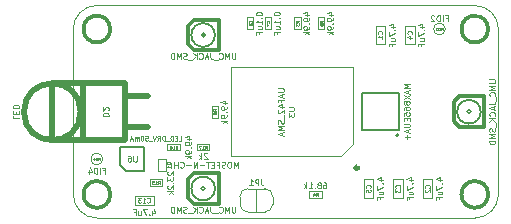
<source format=gbr>
%TF.GenerationSoftware,KiCad,Pcbnew,7.0.1*%
%TF.CreationDate,2023-03-24T10:32:53-04:00*%
%TF.ProjectId,wingbeat_detector,77696e67-6265-4617-945f-646574656374,3.0*%
%TF.SameCoordinates,Original*%
%TF.FileFunction,AssemblyDrawing,Bot*%
%FSLAX46Y46*%
G04 Gerber Fmt 4.6, Leading zero omitted, Abs format (unit mm)*
G04 Created by KiCad (PCBNEW 7.0.1) date 2023-03-24 10:32:53*
%MOMM*%
%LPD*%
G01*
G04 APERTURE LIST*
%ADD10C,0.100000*%
%ADD11C,0.125000*%
%ADD12C,0.040000*%
%ADD13C,0.060000*%
%ADD14C,0.075000*%
%ADD15C,0.050000*%
%ADD16C,0.300000*%
%ADD17C,0.150000*%
%ADD18C,0.127000*%
%ADD19C,0.500000*%
%ADD20C,0.120000*%
%ADD21C,0.200000*%
G04 APERTURE END LIST*
D10*
X134000000Y-91000000D02*
X166000000Y-91000000D01*
X134000000Y-91000000D02*
G75*
G03*
X132000000Y-93000000I0J-2000000D01*
G01*
X132000000Y-93000000D02*
X132000000Y-107000000D01*
X166000000Y-109000000D02*
G75*
G03*
X168000000Y-107000000I0J2000000D01*
G01*
X134000000Y-109000000D02*
X166000000Y-109000000D01*
X132000000Y-107000000D02*
G75*
G03*
X134000000Y-109000000I2000000J0D01*
G01*
X168000000Y-107000000D02*
X168000000Y-93000000D01*
X168000000Y-93000000D02*
G75*
G03*
X166000000Y-91000000I-2000000J0D01*
G01*
D11*
%TO.C,C7*%
X148981309Y-91678572D02*
X148981309Y-91726191D01*
X148981309Y-91726191D02*
X149005119Y-91773810D01*
X149005119Y-91773810D02*
X149028928Y-91797620D01*
X149028928Y-91797620D02*
X149076547Y-91821429D01*
X149076547Y-91821429D02*
X149171785Y-91845239D01*
X149171785Y-91845239D02*
X149290833Y-91845239D01*
X149290833Y-91845239D02*
X149386071Y-91821429D01*
X149386071Y-91821429D02*
X149433690Y-91797620D01*
X149433690Y-91797620D02*
X149457500Y-91773810D01*
X149457500Y-91773810D02*
X149481309Y-91726191D01*
X149481309Y-91726191D02*
X149481309Y-91678572D01*
X149481309Y-91678572D02*
X149457500Y-91630953D01*
X149457500Y-91630953D02*
X149433690Y-91607144D01*
X149433690Y-91607144D02*
X149386071Y-91583334D01*
X149386071Y-91583334D02*
X149290833Y-91559525D01*
X149290833Y-91559525D02*
X149171785Y-91559525D01*
X149171785Y-91559525D02*
X149076547Y-91583334D01*
X149076547Y-91583334D02*
X149028928Y-91607144D01*
X149028928Y-91607144D02*
X149005119Y-91630953D01*
X149005119Y-91630953D02*
X148981309Y-91678572D01*
X149433690Y-92059524D02*
X149457500Y-92083334D01*
X149457500Y-92083334D02*
X149481309Y-92059524D01*
X149481309Y-92059524D02*
X149457500Y-92035715D01*
X149457500Y-92035715D02*
X149433690Y-92059524D01*
X149433690Y-92059524D02*
X149481309Y-92059524D01*
X149481309Y-92559524D02*
X149481309Y-92273810D01*
X149481309Y-92416667D02*
X148981309Y-92416667D01*
X148981309Y-92416667D02*
X149052738Y-92369048D01*
X149052738Y-92369048D02*
X149100357Y-92321429D01*
X149100357Y-92321429D02*
X149124166Y-92273810D01*
X149147976Y-92988095D02*
X149481309Y-92988095D01*
X149147976Y-92773809D02*
X149409880Y-92773809D01*
X149409880Y-92773809D02*
X149457500Y-92797619D01*
X149457500Y-92797619D02*
X149481309Y-92845238D01*
X149481309Y-92845238D02*
X149481309Y-92916666D01*
X149481309Y-92916666D02*
X149457500Y-92964285D01*
X149457500Y-92964285D02*
X149433690Y-92988095D01*
X149219404Y-93392857D02*
X149219404Y-93226190D01*
X149481309Y-93226190D02*
X148981309Y-93226190D01*
X148981309Y-93226190D02*
X148981309Y-93464285D01*
D12*
X148591845Y-92458333D02*
X148603750Y-92446429D01*
X148603750Y-92446429D02*
X148615654Y-92410714D01*
X148615654Y-92410714D02*
X148615654Y-92386905D01*
X148615654Y-92386905D02*
X148603750Y-92351191D01*
X148603750Y-92351191D02*
X148579940Y-92327381D01*
X148579940Y-92327381D02*
X148556130Y-92315476D01*
X148556130Y-92315476D02*
X148508511Y-92303572D01*
X148508511Y-92303572D02*
X148472797Y-92303572D01*
X148472797Y-92303572D02*
X148425178Y-92315476D01*
X148425178Y-92315476D02*
X148401369Y-92327381D01*
X148401369Y-92327381D02*
X148377559Y-92351191D01*
X148377559Y-92351191D02*
X148365654Y-92386905D01*
X148365654Y-92386905D02*
X148365654Y-92410714D01*
X148365654Y-92410714D02*
X148377559Y-92446429D01*
X148377559Y-92446429D02*
X148389464Y-92458333D01*
X148365654Y-92541667D02*
X148365654Y-92708333D01*
X148365654Y-92708333D02*
X148615654Y-92601191D01*
D11*
%TO.C,C13*%
X138702379Y-108397976D02*
X138702379Y-108731309D01*
X138821427Y-108207500D02*
X138940474Y-108564642D01*
X138940474Y-108564642D02*
X138630951Y-108564642D01*
X138440475Y-108683690D02*
X138416665Y-108707500D01*
X138416665Y-108707500D02*
X138440475Y-108731309D01*
X138440475Y-108731309D02*
X138464284Y-108707500D01*
X138464284Y-108707500D02*
X138440475Y-108683690D01*
X138440475Y-108683690D02*
X138440475Y-108731309D01*
X138249999Y-108231309D02*
X137916666Y-108231309D01*
X137916666Y-108231309D02*
X138130951Y-108731309D01*
X137511904Y-108397976D02*
X137511904Y-108731309D01*
X137726190Y-108397976D02*
X137726190Y-108659880D01*
X137726190Y-108659880D02*
X137702380Y-108707500D01*
X137702380Y-108707500D02*
X137654761Y-108731309D01*
X137654761Y-108731309D02*
X137583333Y-108731309D01*
X137583333Y-108731309D02*
X137535714Y-108707500D01*
X137535714Y-108707500D02*
X137511904Y-108683690D01*
X137107142Y-108469404D02*
X137273809Y-108469404D01*
X137273809Y-108731309D02*
X137273809Y-108231309D01*
X137273809Y-108231309D02*
X137035714Y-108231309D01*
D13*
X138257142Y-107646952D02*
X138276190Y-107666000D01*
X138276190Y-107666000D02*
X138333332Y-107685047D01*
X138333332Y-107685047D02*
X138371428Y-107685047D01*
X138371428Y-107685047D02*
X138428571Y-107666000D01*
X138428571Y-107666000D02*
X138466666Y-107627904D01*
X138466666Y-107627904D02*
X138485713Y-107589809D01*
X138485713Y-107589809D02*
X138504761Y-107513619D01*
X138504761Y-107513619D02*
X138504761Y-107456476D01*
X138504761Y-107456476D02*
X138485713Y-107380285D01*
X138485713Y-107380285D02*
X138466666Y-107342190D01*
X138466666Y-107342190D02*
X138428571Y-107304095D01*
X138428571Y-107304095D02*
X138371428Y-107285047D01*
X138371428Y-107285047D02*
X138333332Y-107285047D01*
X138333332Y-107285047D02*
X138276190Y-107304095D01*
X138276190Y-107304095D02*
X138257142Y-107323142D01*
X137876190Y-107685047D02*
X138104761Y-107685047D01*
X137990475Y-107685047D02*
X137990475Y-107285047D01*
X137990475Y-107285047D02*
X138028571Y-107342190D01*
X138028571Y-107342190D02*
X138066666Y-107380285D01*
X138066666Y-107380285D02*
X138104761Y-107399333D01*
X137742857Y-107285047D02*
X137495238Y-107285047D01*
X137495238Y-107285047D02*
X137628571Y-107437428D01*
X137628571Y-107437428D02*
X137571428Y-107437428D01*
X137571428Y-107437428D02*
X137533333Y-107456476D01*
X137533333Y-107456476D02*
X137514285Y-107475523D01*
X137514285Y-107475523D02*
X137495238Y-107513619D01*
X137495238Y-107513619D02*
X137495238Y-107608857D01*
X137495238Y-107608857D02*
X137514285Y-107646952D01*
X137514285Y-107646952D02*
X137533333Y-107666000D01*
X137533333Y-107666000D02*
X137571428Y-107685047D01*
X137571428Y-107685047D02*
X137685714Y-107685047D01*
X137685714Y-107685047D02*
X137723809Y-107666000D01*
X137723809Y-107666000D02*
X137742857Y-107646952D01*
D11*
%TO.C,R3*%
X151647976Y-91797620D02*
X151981309Y-91797620D01*
X151457500Y-91678572D02*
X151814642Y-91559525D01*
X151814642Y-91559525D02*
X151814642Y-91869048D01*
X151981309Y-92083334D02*
X151981309Y-92178572D01*
X151981309Y-92178572D02*
X151957500Y-92226191D01*
X151957500Y-92226191D02*
X151933690Y-92250000D01*
X151933690Y-92250000D02*
X151862261Y-92297619D01*
X151862261Y-92297619D02*
X151767023Y-92321429D01*
X151767023Y-92321429D02*
X151576547Y-92321429D01*
X151576547Y-92321429D02*
X151528928Y-92297619D01*
X151528928Y-92297619D02*
X151505119Y-92273810D01*
X151505119Y-92273810D02*
X151481309Y-92226191D01*
X151481309Y-92226191D02*
X151481309Y-92130953D01*
X151481309Y-92130953D02*
X151505119Y-92083334D01*
X151505119Y-92083334D02*
X151528928Y-92059524D01*
X151528928Y-92059524D02*
X151576547Y-92035715D01*
X151576547Y-92035715D02*
X151695595Y-92035715D01*
X151695595Y-92035715D02*
X151743214Y-92059524D01*
X151743214Y-92059524D02*
X151767023Y-92083334D01*
X151767023Y-92083334D02*
X151790833Y-92130953D01*
X151790833Y-92130953D02*
X151790833Y-92226191D01*
X151790833Y-92226191D02*
X151767023Y-92273810D01*
X151767023Y-92273810D02*
X151743214Y-92297619D01*
X151743214Y-92297619D02*
X151695595Y-92321429D01*
X151933690Y-92535714D02*
X151957500Y-92559524D01*
X151957500Y-92559524D02*
X151981309Y-92535714D01*
X151981309Y-92535714D02*
X151957500Y-92511905D01*
X151957500Y-92511905D02*
X151933690Y-92535714D01*
X151933690Y-92535714D02*
X151981309Y-92535714D01*
X151981309Y-92797619D02*
X151981309Y-92892857D01*
X151981309Y-92892857D02*
X151957500Y-92940476D01*
X151957500Y-92940476D02*
X151933690Y-92964285D01*
X151933690Y-92964285D02*
X151862261Y-93011904D01*
X151862261Y-93011904D02*
X151767023Y-93035714D01*
X151767023Y-93035714D02*
X151576547Y-93035714D01*
X151576547Y-93035714D02*
X151528928Y-93011904D01*
X151528928Y-93011904D02*
X151505119Y-92988095D01*
X151505119Y-92988095D02*
X151481309Y-92940476D01*
X151481309Y-92940476D02*
X151481309Y-92845238D01*
X151481309Y-92845238D02*
X151505119Y-92797619D01*
X151505119Y-92797619D02*
X151528928Y-92773809D01*
X151528928Y-92773809D02*
X151576547Y-92750000D01*
X151576547Y-92750000D02*
X151695595Y-92750000D01*
X151695595Y-92750000D02*
X151743214Y-92773809D01*
X151743214Y-92773809D02*
X151767023Y-92797619D01*
X151767023Y-92797619D02*
X151790833Y-92845238D01*
X151790833Y-92845238D02*
X151790833Y-92940476D01*
X151790833Y-92940476D02*
X151767023Y-92988095D01*
X151767023Y-92988095D02*
X151743214Y-93011904D01*
X151743214Y-93011904D02*
X151695595Y-93035714D01*
X151981309Y-93249999D02*
X151481309Y-93249999D01*
X151790833Y-93297618D02*
X151981309Y-93440475D01*
X151647976Y-93440475D02*
X151838452Y-93249999D01*
D12*
X151120280Y-92456667D02*
X150996471Y-92370000D01*
X151120280Y-92308095D02*
X150860280Y-92308095D01*
X150860280Y-92308095D02*
X150860280Y-92407143D01*
X150860280Y-92407143D02*
X150872661Y-92431905D01*
X150872661Y-92431905D02*
X150885042Y-92444286D01*
X150885042Y-92444286D02*
X150909804Y-92456667D01*
X150909804Y-92456667D02*
X150946947Y-92456667D01*
X150946947Y-92456667D02*
X150971709Y-92444286D01*
X150971709Y-92444286D02*
X150984090Y-92431905D01*
X150984090Y-92431905D02*
X150996471Y-92407143D01*
X150996471Y-92407143D02*
X150996471Y-92308095D01*
X150860280Y-92543333D02*
X150860280Y-92704286D01*
X150860280Y-92704286D02*
X150959328Y-92617619D01*
X150959328Y-92617619D02*
X150959328Y-92654762D01*
X150959328Y-92654762D02*
X150971709Y-92679524D01*
X150971709Y-92679524D02*
X150984090Y-92691905D01*
X150984090Y-92691905D02*
X151008852Y-92704286D01*
X151008852Y-92704286D02*
X151070757Y-92704286D01*
X151070757Y-92704286D02*
X151095519Y-92691905D01*
X151095519Y-92691905D02*
X151107900Y-92679524D01*
X151107900Y-92679524D02*
X151120280Y-92654762D01*
X151120280Y-92654762D02*
X151120280Y-92580476D01*
X151120280Y-92580476D02*
X151107900Y-92555714D01*
X151107900Y-92555714D02*
X151095519Y-92543333D01*
D11*
%TO.C,C4*%
X161397976Y-92797620D02*
X161731309Y-92797620D01*
X161207500Y-92678572D02*
X161564642Y-92559525D01*
X161564642Y-92559525D02*
X161564642Y-92869048D01*
X161683690Y-93059524D02*
X161707500Y-93083334D01*
X161707500Y-93083334D02*
X161731309Y-93059524D01*
X161731309Y-93059524D02*
X161707500Y-93035715D01*
X161707500Y-93035715D02*
X161683690Y-93059524D01*
X161683690Y-93059524D02*
X161731309Y-93059524D01*
X161231309Y-93250000D02*
X161231309Y-93583333D01*
X161231309Y-93583333D02*
X161731309Y-93369048D01*
X161397976Y-93988095D02*
X161731309Y-93988095D01*
X161397976Y-93773809D02*
X161659880Y-93773809D01*
X161659880Y-93773809D02*
X161707500Y-93797619D01*
X161707500Y-93797619D02*
X161731309Y-93845238D01*
X161731309Y-93845238D02*
X161731309Y-93916666D01*
X161731309Y-93916666D02*
X161707500Y-93964285D01*
X161707500Y-93964285D02*
X161683690Y-93988095D01*
X161469404Y-94392857D02*
X161469404Y-94226190D01*
X161731309Y-94226190D02*
X161231309Y-94226190D01*
X161231309Y-94226190D02*
X161231309Y-94464285D01*
D13*
X160646952Y-93433333D02*
X160666000Y-93414285D01*
X160666000Y-93414285D02*
X160685047Y-93357143D01*
X160685047Y-93357143D02*
X160685047Y-93319047D01*
X160685047Y-93319047D02*
X160666000Y-93261904D01*
X160666000Y-93261904D02*
X160627904Y-93223809D01*
X160627904Y-93223809D02*
X160589809Y-93204762D01*
X160589809Y-93204762D02*
X160513619Y-93185714D01*
X160513619Y-93185714D02*
X160456476Y-93185714D01*
X160456476Y-93185714D02*
X160380285Y-93204762D01*
X160380285Y-93204762D02*
X160342190Y-93223809D01*
X160342190Y-93223809D02*
X160304095Y-93261904D01*
X160304095Y-93261904D02*
X160285047Y-93319047D01*
X160285047Y-93319047D02*
X160285047Y-93357143D01*
X160285047Y-93357143D02*
X160304095Y-93414285D01*
X160304095Y-93414285D02*
X160323142Y-93433333D01*
X160418380Y-93776190D02*
X160685047Y-93776190D01*
X160266000Y-93680952D02*
X160551714Y-93585714D01*
X160551714Y-93585714D02*
X160551714Y-93833333D01*
D11*
%TO.C,C5*%
X157897976Y-105797620D02*
X158231309Y-105797620D01*
X157707500Y-105678572D02*
X158064642Y-105559525D01*
X158064642Y-105559525D02*
X158064642Y-105869048D01*
X158183690Y-106059524D02*
X158207500Y-106083334D01*
X158207500Y-106083334D02*
X158231309Y-106059524D01*
X158231309Y-106059524D02*
X158207500Y-106035715D01*
X158207500Y-106035715D02*
X158183690Y-106059524D01*
X158183690Y-106059524D02*
X158231309Y-106059524D01*
X157731309Y-106250000D02*
X157731309Y-106583333D01*
X157731309Y-106583333D02*
X158231309Y-106369048D01*
X157897976Y-106988095D02*
X158231309Y-106988095D01*
X157897976Y-106773809D02*
X158159880Y-106773809D01*
X158159880Y-106773809D02*
X158207500Y-106797619D01*
X158207500Y-106797619D02*
X158231309Y-106845238D01*
X158231309Y-106845238D02*
X158231309Y-106916666D01*
X158231309Y-106916666D02*
X158207500Y-106964285D01*
X158207500Y-106964285D02*
X158183690Y-106988095D01*
X157969404Y-107392857D02*
X157969404Y-107226190D01*
X158231309Y-107226190D02*
X157731309Y-107226190D01*
X157731309Y-107226190D02*
X157731309Y-107464285D01*
D13*
X157146952Y-106433333D02*
X157166000Y-106414285D01*
X157166000Y-106414285D02*
X157185047Y-106357143D01*
X157185047Y-106357143D02*
X157185047Y-106319047D01*
X157185047Y-106319047D02*
X157166000Y-106261904D01*
X157166000Y-106261904D02*
X157127904Y-106223809D01*
X157127904Y-106223809D02*
X157089809Y-106204762D01*
X157089809Y-106204762D02*
X157013619Y-106185714D01*
X157013619Y-106185714D02*
X156956476Y-106185714D01*
X156956476Y-106185714D02*
X156880285Y-106204762D01*
X156880285Y-106204762D02*
X156842190Y-106223809D01*
X156842190Y-106223809D02*
X156804095Y-106261904D01*
X156804095Y-106261904D02*
X156785047Y-106319047D01*
X156785047Y-106319047D02*
X156785047Y-106357143D01*
X156785047Y-106357143D02*
X156804095Y-106414285D01*
X156804095Y-106414285D02*
X156823142Y-106433333D01*
X156785047Y-106795238D02*
X156785047Y-106604762D01*
X156785047Y-106604762D02*
X156975523Y-106585714D01*
X156975523Y-106585714D02*
X156956476Y-106604762D01*
X156956476Y-106604762D02*
X156937428Y-106642857D01*
X156937428Y-106642857D02*
X156937428Y-106738095D01*
X156937428Y-106738095D02*
X156956476Y-106776190D01*
X156956476Y-106776190D02*
X156975523Y-106795238D01*
X156975523Y-106795238D02*
X157013619Y-106814285D01*
X157013619Y-106814285D02*
X157108857Y-106814285D01*
X157108857Y-106814285D02*
X157146952Y-106795238D01*
X157146952Y-106795238D02*
X157166000Y-106776190D01*
X157166000Y-106776190D02*
X157185047Y-106738095D01*
X157185047Y-106738095D02*
X157185047Y-106642857D01*
X157185047Y-106642857D02*
X157166000Y-106604762D01*
X157166000Y-106604762D02*
X157146952Y-106585714D01*
D11*
%TO.C,C1*%
X158897976Y-92797620D02*
X159231309Y-92797620D01*
X158707500Y-92678572D02*
X159064642Y-92559525D01*
X159064642Y-92559525D02*
X159064642Y-92869048D01*
X159183690Y-93059524D02*
X159207500Y-93083334D01*
X159207500Y-93083334D02*
X159231309Y-93059524D01*
X159231309Y-93059524D02*
X159207500Y-93035715D01*
X159207500Y-93035715D02*
X159183690Y-93059524D01*
X159183690Y-93059524D02*
X159231309Y-93059524D01*
X158731309Y-93250000D02*
X158731309Y-93583333D01*
X158731309Y-93583333D02*
X159231309Y-93369048D01*
X158897976Y-93988095D02*
X159231309Y-93988095D01*
X158897976Y-93773809D02*
X159159880Y-93773809D01*
X159159880Y-93773809D02*
X159207500Y-93797619D01*
X159207500Y-93797619D02*
X159231309Y-93845238D01*
X159231309Y-93845238D02*
X159231309Y-93916666D01*
X159231309Y-93916666D02*
X159207500Y-93964285D01*
X159207500Y-93964285D02*
X159183690Y-93988095D01*
X158969404Y-94392857D02*
X158969404Y-94226190D01*
X159231309Y-94226190D02*
X158731309Y-94226190D01*
X158731309Y-94226190D02*
X158731309Y-94464285D01*
D13*
X158146952Y-93433333D02*
X158166000Y-93414285D01*
X158166000Y-93414285D02*
X158185047Y-93357143D01*
X158185047Y-93357143D02*
X158185047Y-93319047D01*
X158185047Y-93319047D02*
X158166000Y-93261904D01*
X158166000Y-93261904D02*
X158127904Y-93223809D01*
X158127904Y-93223809D02*
X158089809Y-93204762D01*
X158089809Y-93204762D02*
X158013619Y-93185714D01*
X158013619Y-93185714D02*
X157956476Y-93185714D01*
X157956476Y-93185714D02*
X157880285Y-93204762D01*
X157880285Y-93204762D02*
X157842190Y-93223809D01*
X157842190Y-93223809D02*
X157804095Y-93261904D01*
X157804095Y-93261904D02*
X157785047Y-93319047D01*
X157785047Y-93319047D02*
X157785047Y-93357143D01*
X157785047Y-93357143D02*
X157804095Y-93414285D01*
X157804095Y-93414285D02*
X157823142Y-93433333D01*
X158185047Y-93814285D02*
X158185047Y-93585714D01*
X158185047Y-93700000D02*
X157785047Y-93700000D01*
X157785047Y-93700000D02*
X157842190Y-93661904D01*
X157842190Y-93661904D02*
X157880285Y-93623809D01*
X157880285Y-93623809D02*
X157899333Y-93585714D01*
D11*
%TO.C,R6*%
X153647976Y-91797620D02*
X153981309Y-91797620D01*
X153457500Y-91678572D02*
X153814642Y-91559525D01*
X153814642Y-91559525D02*
X153814642Y-91869048D01*
X153981309Y-92083334D02*
X153981309Y-92178572D01*
X153981309Y-92178572D02*
X153957500Y-92226191D01*
X153957500Y-92226191D02*
X153933690Y-92250000D01*
X153933690Y-92250000D02*
X153862261Y-92297619D01*
X153862261Y-92297619D02*
X153767023Y-92321429D01*
X153767023Y-92321429D02*
X153576547Y-92321429D01*
X153576547Y-92321429D02*
X153528928Y-92297619D01*
X153528928Y-92297619D02*
X153505119Y-92273810D01*
X153505119Y-92273810D02*
X153481309Y-92226191D01*
X153481309Y-92226191D02*
X153481309Y-92130953D01*
X153481309Y-92130953D02*
X153505119Y-92083334D01*
X153505119Y-92083334D02*
X153528928Y-92059524D01*
X153528928Y-92059524D02*
X153576547Y-92035715D01*
X153576547Y-92035715D02*
X153695595Y-92035715D01*
X153695595Y-92035715D02*
X153743214Y-92059524D01*
X153743214Y-92059524D02*
X153767023Y-92083334D01*
X153767023Y-92083334D02*
X153790833Y-92130953D01*
X153790833Y-92130953D02*
X153790833Y-92226191D01*
X153790833Y-92226191D02*
X153767023Y-92273810D01*
X153767023Y-92273810D02*
X153743214Y-92297619D01*
X153743214Y-92297619D02*
X153695595Y-92321429D01*
X153933690Y-92535714D02*
X153957500Y-92559524D01*
X153957500Y-92559524D02*
X153981309Y-92535714D01*
X153981309Y-92535714D02*
X153957500Y-92511905D01*
X153957500Y-92511905D02*
X153933690Y-92535714D01*
X153933690Y-92535714D02*
X153981309Y-92535714D01*
X153981309Y-92797619D02*
X153981309Y-92892857D01*
X153981309Y-92892857D02*
X153957500Y-92940476D01*
X153957500Y-92940476D02*
X153933690Y-92964285D01*
X153933690Y-92964285D02*
X153862261Y-93011904D01*
X153862261Y-93011904D02*
X153767023Y-93035714D01*
X153767023Y-93035714D02*
X153576547Y-93035714D01*
X153576547Y-93035714D02*
X153528928Y-93011904D01*
X153528928Y-93011904D02*
X153505119Y-92988095D01*
X153505119Y-92988095D02*
X153481309Y-92940476D01*
X153481309Y-92940476D02*
X153481309Y-92845238D01*
X153481309Y-92845238D02*
X153505119Y-92797619D01*
X153505119Y-92797619D02*
X153528928Y-92773809D01*
X153528928Y-92773809D02*
X153576547Y-92750000D01*
X153576547Y-92750000D02*
X153695595Y-92750000D01*
X153695595Y-92750000D02*
X153743214Y-92773809D01*
X153743214Y-92773809D02*
X153767023Y-92797619D01*
X153767023Y-92797619D02*
X153790833Y-92845238D01*
X153790833Y-92845238D02*
X153790833Y-92940476D01*
X153790833Y-92940476D02*
X153767023Y-92988095D01*
X153767023Y-92988095D02*
X153743214Y-93011904D01*
X153743214Y-93011904D02*
X153695595Y-93035714D01*
X153981309Y-93249999D02*
X153481309Y-93249999D01*
X153790833Y-93297618D02*
X153981309Y-93440475D01*
X153647976Y-93440475D02*
X153838452Y-93249999D01*
D12*
X153120280Y-92456667D02*
X152996471Y-92370000D01*
X153120280Y-92308095D02*
X152860280Y-92308095D01*
X152860280Y-92308095D02*
X152860280Y-92407143D01*
X152860280Y-92407143D02*
X152872661Y-92431905D01*
X152872661Y-92431905D02*
X152885042Y-92444286D01*
X152885042Y-92444286D02*
X152909804Y-92456667D01*
X152909804Y-92456667D02*
X152946947Y-92456667D01*
X152946947Y-92456667D02*
X152971709Y-92444286D01*
X152971709Y-92444286D02*
X152984090Y-92431905D01*
X152984090Y-92431905D02*
X152996471Y-92407143D01*
X152996471Y-92407143D02*
X152996471Y-92308095D01*
X152860280Y-92679524D02*
X152860280Y-92630000D01*
X152860280Y-92630000D02*
X152872661Y-92605238D01*
X152872661Y-92605238D02*
X152885042Y-92592857D01*
X152885042Y-92592857D02*
X152922185Y-92568095D01*
X152922185Y-92568095D02*
X152971709Y-92555714D01*
X152971709Y-92555714D02*
X153070757Y-92555714D01*
X153070757Y-92555714D02*
X153095519Y-92568095D01*
X153095519Y-92568095D02*
X153107900Y-92580476D01*
X153107900Y-92580476D02*
X153120280Y-92605238D01*
X153120280Y-92605238D02*
X153120280Y-92654762D01*
X153120280Y-92654762D02*
X153107900Y-92679524D01*
X153107900Y-92679524D02*
X153095519Y-92691905D01*
X153095519Y-92691905D02*
X153070757Y-92704286D01*
X153070757Y-92704286D02*
X153008852Y-92704286D01*
X153008852Y-92704286D02*
X152984090Y-92691905D01*
X152984090Y-92691905D02*
X152971709Y-92679524D01*
X152971709Y-92679524D02*
X152959328Y-92654762D01*
X152959328Y-92654762D02*
X152959328Y-92605238D01*
X152959328Y-92605238D02*
X152971709Y-92580476D01*
X152971709Y-92580476D02*
X152984090Y-92568095D01*
X152984090Y-92568095D02*
X153008852Y-92555714D01*
D11*
%TO.C,R4*%
X153202379Y-105981309D02*
X153297617Y-105981309D01*
X153297617Y-105981309D02*
X153345236Y-106005119D01*
X153345236Y-106005119D02*
X153369046Y-106028928D01*
X153369046Y-106028928D02*
X153416665Y-106100357D01*
X153416665Y-106100357D02*
X153440474Y-106195595D01*
X153440474Y-106195595D02*
X153440474Y-106386071D01*
X153440474Y-106386071D02*
X153416665Y-106433690D01*
X153416665Y-106433690D02*
X153392855Y-106457500D01*
X153392855Y-106457500D02*
X153345236Y-106481309D01*
X153345236Y-106481309D02*
X153249998Y-106481309D01*
X153249998Y-106481309D02*
X153202379Y-106457500D01*
X153202379Y-106457500D02*
X153178570Y-106433690D01*
X153178570Y-106433690D02*
X153154760Y-106386071D01*
X153154760Y-106386071D02*
X153154760Y-106267023D01*
X153154760Y-106267023D02*
X153178570Y-106219404D01*
X153178570Y-106219404D02*
X153202379Y-106195595D01*
X153202379Y-106195595D02*
X153249998Y-106171785D01*
X153249998Y-106171785D02*
X153345236Y-106171785D01*
X153345236Y-106171785D02*
X153392855Y-106195595D01*
X153392855Y-106195595D02*
X153416665Y-106219404D01*
X153416665Y-106219404D02*
X153440474Y-106267023D01*
X152869046Y-106195595D02*
X152916665Y-106171785D01*
X152916665Y-106171785D02*
X152940475Y-106147976D01*
X152940475Y-106147976D02*
X152964284Y-106100357D01*
X152964284Y-106100357D02*
X152964284Y-106076547D01*
X152964284Y-106076547D02*
X152940475Y-106028928D01*
X152940475Y-106028928D02*
X152916665Y-106005119D01*
X152916665Y-106005119D02*
X152869046Y-105981309D01*
X152869046Y-105981309D02*
X152773808Y-105981309D01*
X152773808Y-105981309D02*
X152726189Y-106005119D01*
X152726189Y-106005119D02*
X152702380Y-106028928D01*
X152702380Y-106028928D02*
X152678570Y-106076547D01*
X152678570Y-106076547D02*
X152678570Y-106100357D01*
X152678570Y-106100357D02*
X152702380Y-106147976D01*
X152702380Y-106147976D02*
X152726189Y-106171785D01*
X152726189Y-106171785D02*
X152773808Y-106195595D01*
X152773808Y-106195595D02*
X152869046Y-106195595D01*
X152869046Y-106195595D02*
X152916665Y-106219404D01*
X152916665Y-106219404D02*
X152940475Y-106243214D01*
X152940475Y-106243214D02*
X152964284Y-106290833D01*
X152964284Y-106290833D02*
X152964284Y-106386071D01*
X152964284Y-106386071D02*
X152940475Y-106433690D01*
X152940475Y-106433690D02*
X152916665Y-106457500D01*
X152916665Y-106457500D02*
X152869046Y-106481309D01*
X152869046Y-106481309D02*
X152773808Y-106481309D01*
X152773808Y-106481309D02*
X152726189Y-106457500D01*
X152726189Y-106457500D02*
X152702380Y-106433690D01*
X152702380Y-106433690D02*
X152678570Y-106386071D01*
X152678570Y-106386071D02*
X152678570Y-106290833D01*
X152678570Y-106290833D02*
X152702380Y-106243214D01*
X152702380Y-106243214D02*
X152726189Y-106219404D01*
X152726189Y-106219404D02*
X152773808Y-106195595D01*
X152464285Y-106433690D02*
X152440475Y-106457500D01*
X152440475Y-106457500D02*
X152464285Y-106481309D01*
X152464285Y-106481309D02*
X152488094Y-106457500D01*
X152488094Y-106457500D02*
X152464285Y-106433690D01*
X152464285Y-106433690D02*
X152464285Y-106481309D01*
X151964285Y-106481309D02*
X152249999Y-106481309D01*
X152107142Y-106481309D02*
X152107142Y-105981309D01*
X152107142Y-105981309D02*
X152154761Y-106052738D01*
X152154761Y-106052738D02*
X152202380Y-106100357D01*
X152202380Y-106100357D02*
X152249999Y-106124166D01*
X151750000Y-106481309D02*
X151750000Y-105981309D01*
X151702381Y-106290833D02*
X151559524Y-106481309D01*
X151559524Y-106147976D02*
X151750000Y-106338452D01*
D12*
X152543332Y-107120280D02*
X152629999Y-106996471D01*
X152691904Y-107120280D02*
X152691904Y-106860280D01*
X152691904Y-106860280D02*
X152592856Y-106860280D01*
X152592856Y-106860280D02*
X152568094Y-106872661D01*
X152568094Y-106872661D02*
X152555713Y-106885042D01*
X152555713Y-106885042D02*
X152543332Y-106909804D01*
X152543332Y-106909804D02*
X152543332Y-106946947D01*
X152543332Y-106946947D02*
X152555713Y-106971709D01*
X152555713Y-106971709D02*
X152568094Y-106984090D01*
X152568094Y-106984090D02*
X152592856Y-106996471D01*
X152592856Y-106996471D02*
X152691904Y-106996471D01*
X152320475Y-106946947D02*
X152320475Y-107120280D01*
X152382380Y-106847900D02*
X152444285Y-107033614D01*
X152444285Y-107033614D02*
X152283332Y-107033614D01*
D11*
%TO.C,FID2*%
X163535713Y-92069404D02*
X163702380Y-92069404D01*
X163702380Y-92331309D02*
X163702380Y-91831309D01*
X163702380Y-91831309D02*
X163464285Y-91831309D01*
X163273809Y-92331309D02*
X163273809Y-91831309D01*
X163035714Y-92331309D02*
X163035714Y-91831309D01*
X163035714Y-91831309D02*
X162916666Y-91831309D01*
X162916666Y-91831309D02*
X162845238Y-91855119D01*
X162845238Y-91855119D02*
X162797619Y-91902738D01*
X162797619Y-91902738D02*
X162773809Y-91950357D01*
X162773809Y-91950357D02*
X162750000Y-92045595D01*
X162750000Y-92045595D02*
X162750000Y-92117023D01*
X162750000Y-92117023D02*
X162773809Y-92212261D01*
X162773809Y-92212261D02*
X162797619Y-92259880D01*
X162797619Y-92259880D02*
X162845238Y-92307500D01*
X162845238Y-92307500D02*
X162916666Y-92331309D01*
X162916666Y-92331309D02*
X163035714Y-92331309D01*
X162559523Y-91878928D02*
X162535714Y-91855119D01*
X162535714Y-91855119D02*
X162488095Y-91831309D01*
X162488095Y-91831309D02*
X162369047Y-91831309D01*
X162369047Y-91831309D02*
X162321428Y-91855119D01*
X162321428Y-91855119D02*
X162297619Y-91878928D01*
X162297619Y-91878928D02*
X162273809Y-91926547D01*
X162273809Y-91926547D02*
X162273809Y-91974166D01*
X162273809Y-91974166D02*
X162297619Y-92045595D01*
X162297619Y-92045595D02*
X162583333Y-92331309D01*
X162583333Y-92331309D02*
X162273809Y-92331309D01*
D12*
X163214285Y-92987761D02*
X163280951Y-92987761D01*
X163280951Y-93092523D02*
X163280951Y-92892523D01*
X163280951Y-92892523D02*
X163185713Y-92892523D01*
X163109522Y-93092523D02*
X163109522Y-92892523D01*
X163014284Y-93092523D02*
X163014284Y-92892523D01*
X163014284Y-92892523D02*
X162966665Y-92892523D01*
X162966665Y-92892523D02*
X162938094Y-92902047D01*
X162938094Y-92902047D02*
X162919046Y-92921095D01*
X162919046Y-92921095D02*
X162909523Y-92940142D01*
X162909523Y-92940142D02*
X162899999Y-92978238D01*
X162899999Y-92978238D02*
X162899999Y-93006809D01*
X162899999Y-93006809D02*
X162909523Y-93044904D01*
X162909523Y-93044904D02*
X162919046Y-93063952D01*
X162919046Y-93063952D02*
X162938094Y-93083000D01*
X162938094Y-93083000D02*
X162966665Y-93092523D01*
X162966665Y-93092523D02*
X163014284Y-93092523D01*
X162823808Y-92911571D02*
X162814284Y-92902047D01*
X162814284Y-92902047D02*
X162795237Y-92892523D01*
X162795237Y-92892523D02*
X162747618Y-92892523D01*
X162747618Y-92892523D02*
X162728570Y-92902047D01*
X162728570Y-92902047D02*
X162719046Y-92911571D01*
X162719046Y-92911571D02*
X162709523Y-92930619D01*
X162709523Y-92930619D02*
X162709523Y-92949666D01*
X162709523Y-92949666D02*
X162719046Y-92978238D01*
X162719046Y-92978238D02*
X162833332Y-93092523D01*
X162833332Y-93092523D02*
X162709523Y-93092523D01*
D10*
%TO.C,U6*%
X140952380Y-102435047D02*
X141142856Y-102435047D01*
X141142856Y-102435047D02*
X141142856Y-102035047D01*
X140819046Y-102225523D02*
X140685713Y-102225523D01*
X140628570Y-102435047D02*
X140819046Y-102435047D01*
X140819046Y-102435047D02*
X140819046Y-102035047D01*
X140819046Y-102035047D02*
X140628570Y-102035047D01*
X140457141Y-102435047D02*
X140457141Y-102035047D01*
X140457141Y-102035047D02*
X140361903Y-102035047D01*
X140361903Y-102035047D02*
X140304760Y-102054095D01*
X140304760Y-102054095D02*
X140266665Y-102092190D01*
X140266665Y-102092190D02*
X140247618Y-102130285D01*
X140247618Y-102130285D02*
X140228570Y-102206476D01*
X140228570Y-102206476D02*
X140228570Y-102263619D01*
X140228570Y-102263619D02*
X140247618Y-102339809D01*
X140247618Y-102339809D02*
X140266665Y-102377904D01*
X140266665Y-102377904D02*
X140304760Y-102416000D01*
X140304760Y-102416000D02*
X140361903Y-102435047D01*
X140361903Y-102435047D02*
X140457141Y-102435047D01*
X140152380Y-102473142D02*
X139847618Y-102473142D01*
X139752379Y-102435047D02*
X139752379Y-102035047D01*
X139752379Y-102035047D02*
X139657141Y-102035047D01*
X139657141Y-102035047D02*
X139599998Y-102054095D01*
X139599998Y-102054095D02*
X139561903Y-102092190D01*
X139561903Y-102092190D02*
X139542856Y-102130285D01*
X139542856Y-102130285D02*
X139523808Y-102206476D01*
X139523808Y-102206476D02*
X139523808Y-102263619D01*
X139523808Y-102263619D02*
X139542856Y-102339809D01*
X139542856Y-102339809D02*
X139561903Y-102377904D01*
X139561903Y-102377904D02*
X139599998Y-102416000D01*
X139599998Y-102416000D02*
X139657141Y-102435047D01*
X139657141Y-102435047D02*
X139752379Y-102435047D01*
X139123808Y-102435047D02*
X139257141Y-102244571D01*
X139352379Y-102435047D02*
X139352379Y-102035047D01*
X139352379Y-102035047D02*
X139199998Y-102035047D01*
X139199998Y-102035047D02*
X139161903Y-102054095D01*
X139161903Y-102054095D02*
X139142856Y-102073142D01*
X139142856Y-102073142D02*
X139123808Y-102111238D01*
X139123808Y-102111238D02*
X139123808Y-102168380D01*
X139123808Y-102168380D02*
X139142856Y-102206476D01*
X139142856Y-102206476D02*
X139161903Y-102225523D01*
X139161903Y-102225523D02*
X139199998Y-102244571D01*
X139199998Y-102244571D02*
X139352379Y-102244571D01*
X139009522Y-102035047D02*
X138876189Y-102435047D01*
X138876189Y-102435047D02*
X138742856Y-102035047D01*
X138704761Y-102473142D02*
X138399999Y-102473142D01*
X138114284Y-102035047D02*
X138304760Y-102035047D01*
X138304760Y-102035047D02*
X138323808Y-102225523D01*
X138323808Y-102225523D02*
X138304760Y-102206476D01*
X138304760Y-102206476D02*
X138266665Y-102187428D01*
X138266665Y-102187428D02*
X138171427Y-102187428D01*
X138171427Y-102187428D02*
X138133332Y-102206476D01*
X138133332Y-102206476D02*
X138114284Y-102225523D01*
X138114284Y-102225523D02*
X138095237Y-102263619D01*
X138095237Y-102263619D02*
X138095237Y-102358857D01*
X138095237Y-102358857D02*
X138114284Y-102396952D01*
X138114284Y-102396952D02*
X138133332Y-102416000D01*
X138133332Y-102416000D02*
X138171427Y-102435047D01*
X138171427Y-102435047D02*
X138266665Y-102435047D01*
X138266665Y-102435047D02*
X138304760Y-102416000D01*
X138304760Y-102416000D02*
X138323808Y-102396952D01*
X137847618Y-102035047D02*
X137809523Y-102035047D01*
X137809523Y-102035047D02*
X137771427Y-102054095D01*
X137771427Y-102054095D02*
X137752380Y-102073142D01*
X137752380Y-102073142D02*
X137733332Y-102111238D01*
X137733332Y-102111238D02*
X137714285Y-102187428D01*
X137714285Y-102187428D02*
X137714285Y-102282666D01*
X137714285Y-102282666D02*
X137733332Y-102358857D01*
X137733332Y-102358857D02*
X137752380Y-102396952D01*
X137752380Y-102396952D02*
X137771427Y-102416000D01*
X137771427Y-102416000D02*
X137809523Y-102435047D01*
X137809523Y-102435047D02*
X137847618Y-102435047D01*
X137847618Y-102435047D02*
X137885713Y-102416000D01*
X137885713Y-102416000D02*
X137904761Y-102396952D01*
X137904761Y-102396952D02*
X137923808Y-102358857D01*
X137923808Y-102358857D02*
X137942856Y-102282666D01*
X137942856Y-102282666D02*
X137942856Y-102187428D01*
X137942856Y-102187428D02*
X137923808Y-102111238D01*
X137923808Y-102111238D02*
X137904761Y-102073142D01*
X137904761Y-102073142D02*
X137885713Y-102054095D01*
X137885713Y-102054095D02*
X137847618Y-102035047D01*
X137542856Y-102435047D02*
X137542856Y-102168380D01*
X137542856Y-102206476D02*
X137523809Y-102187428D01*
X137523809Y-102187428D02*
X137485714Y-102168380D01*
X137485714Y-102168380D02*
X137428571Y-102168380D01*
X137428571Y-102168380D02*
X137390475Y-102187428D01*
X137390475Y-102187428D02*
X137371428Y-102225523D01*
X137371428Y-102225523D02*
X137371428Y-102435047D01*
X137371428Y-102225523D02*
X137352380Y-102187428D01*
X137352380Y-102187428D02*
X137314285Y-102168380D01*
X137314285Y-102168380D02*
X137257142Y-102168380D01*
X137257142Y-102168380D02*
X137219047Y-102187428D01*
X137219047Y-102187428D02*
X137199999Y-102225523D01*
X137199999Y-102225523D02*
X137199999Y-102435047D01*
X137028571Y-102320761D02*
X136838095Y-102320761D01*
X137066666Y-102435047D02*
X136933333Y-102035047D01*
X136933333Y-102035047D02*
X136800000Y-102435047D01*
D14*
X137380952Y-103731309D02*
X137380952Y-104136071D01*
X137380952Y-104136071D02*
X137357142Y-104183690D01*
X137357142Y-104183690D02*
X137333333Y-104207500D01*
X137333333Y-104207500D02*
X137285714Y-104231309D01*
X137285714Y-104231309D02*
X137190476Y-104231309D01*
X137190476Y-104231309D02*
X137142857Y-104207500D01*
X137142857Y-104207500D02*
X137119047Y-104183690D01*
X137119047Y-104183690D02*
X137095238Y-104136071D01*
X137095238Y-104136071D02*
X137095238Y-103731309D01*
X136642856Y-103731309D02*
X136738094Y-103731309D01*
X136738094Y-103731309D02*
X136785713Y-103755119D01*
X136785713Y-103755119D02*
X136809523Y-103778928D01*
X136809523Y-103778928D02*
X136857142Y-103850357D01*
X136857142Y-103850357D02*
X136880951Y-103945595D01*
X136880951Y-103945595D02*
X136880951Y-104136071D01*
X136880951Y-104136071D02*
X136857142Y-104183690D01*
X136857142Y-104183690D02*
X136833332Y-104207500D01*
X136833332Y-104207500D02*
X136785713Y-104231309D01*
X136785713Y-104231309D02*
X136690475Y-104231309D01*
X136690475Y-104231309D02*
X136642856Y-104207500D01*
X136642856Y-104207500D02*
X136619047Y-104183690D01*
X136619047Y-104183690D02*
X136595237Y-104136071D01*
X136595237Y-104136071D02*
X136595237Y-104017023D01*
X136595237Y-104017023D02*
X136619047Y-103969404D01*
X136619047Y-103969404D02*
X136642856Y-103945595D01*
X136642856Y-103945595D02*
X136690475Y-103921785D01*
X136690475Y-103921785D02*
X136785713Y-103921785D01*
X136785713Y-103921785D02*
X136833332Y-103945595D01*
X136833332Y-103945595D02*
X136857142Y-103969404D01*
X136857142Y-103969404D02*
X136880951Y-104017023D01*
D11*
%TO.C,J3*%
X145738094Y-95031309D02*
X145738094Y-95436071D01*
X145738094Y-95436071D02*
X145714284Y-95483690D01*
X145714284Y-95483690D02*
X145690475Y-95507500D01*
X145690475Y-95507500D02*
X145642856Y-95531309D01*
X145642856Y-95531309D02*
X145547618Y-95531309D01*
X145547618Y-95531309D02*
X145499999Y-95507500D01*
X145499999Y-95507500D02*
X145476189Y-95483690D01*
X145476189Y-95483690D02*
X145452380Y-95436071D01*
X145452380Y-95436071D02*
X145452380Y-95031309D01*
X145214284Y-95531309D02*
X145214284Y-95031309D01*
X145214284Y-95031309D02*
X145047617Y-95388452D01*
X145047617Y-95388452D02*
X144880951Y-95031309D01*
X144880951Y-95031309D02*
X144880951Y-95531309D01*
X144357141Y-95483690D02*
X144380950Y-95507500D01*
X144380950Y-95507500D02*
X144452379Y-95531309D01*
X144452379Y-95531309D02*
X144499998Y-95531309D01*
X144499998Y-95531309D02*
X144571426Y-95507500D01*
X144571426Y-95507500D02*
X144619045Y-95459880D01*
X144619045Y-95459880D02*
X144642855Y-95412261D01*
X144642855Y-95412261D02*
X144666664Y-95317023D01*
X144666664Y-95317023D02*
X144666664Y-95245595D01*
X144666664Y-95245595D02*
X144642855Y-95150357D01*
X144642855Y-95150357D02*
X144619045Y-95102738D01*
X144619045Y-95102738D02*
X144571426Y-95055119D01*
X144571426Y-95055119D02*
X144499998Y-95031309D01*
X144499998Y-95031309D02*
X144452379Y-95031309D01*
X144452379Y-95031309D02*
X144380950Y-95055119D01*
X144380950Y-95055119D02*
X144357141Y-95078928D01*
X144261903Y-95578928D02*
X143880950Y-95578928D01*
X143619046Y-95031309D02*
X143619046Y-95388452D01*
X143619046Y-95388452D02*
X143642855Y-95459880D01*
X143642855Y-95459880D02*
X143690474Y-95507500D01*
X143690474Y-95507500D02*
X143761903Y-95531309D01*
X143761903Y-95531309D02*
X143809522Y-95531309D01*
X143404760Y-95388452D02*
X143166665Y-95388452D01*
X143452379Y-95531309D02*
X143285713Y-95031309D01*
X143285713Y-95031309D02*
X143119046Y-95531309D01*
X142666666Y-95483690D02*
X142690475Y-95507500D01*
X142690475Y-95507500D02*
X142761904Y-95531309D01*
X142761904Y-95531309D02*
X142809523Y-95531309D01*
X142809523Y-95531309D02*
X142880951Y-95507500D01*
X142880951Y-95507500D02*
X142928570Y-95459880D01*
X142928570Y-95459880D02*
X142952380Y-95412261D01*
X142952380Y-95412261D02*
X142976189Y-95317023D01*
X142976189Y-95317023D02*
X142976189Y-95245595D01*
X142976189Y-95245595D02*
X142952380Y-95150357D01*
X142952380Y-95150357D02*
X142928570Y-95102738D01*
X142928570Y-95102738D02*
X142880951Y-95055119D01*
X142880951Y-95055119D02*
X142809523Y-95031309D01*
X142809523Y-95031309D02*
X142761904Y-95031309D01*
X142761904Y-95031309D02*
X142690475Y-95055119D01*
X142690475Y-95055119D02*
X142666666Y-95078928D01*
X142452380Y-95531309D02*
X142452380Y-95031309D01*
X142166666Y-95531309D02*
X142380951Y-95245595D01*
X142166666Y-95031309D02*
X142452380Y-95317023D01*
X142071428Y-95578928D02*
X141690475Y-95578928D01*
X141595237Y-95507500D02*
X141523809Y-95531309D01*
X141523809Y-95531309D02*
X141404761Y-95531309D01*
X141404761Y-95531309D02*
X141357142Y-95507500D01*
X141357142Y-95507500D02*
X141333333Y-95483690D01*
X141333333Y-95483690D02*
X141309523Y-95436071D01*
X141309523Y-95436071D02*
X141309523Y-95388452D01*
X141309523Y-95388452D02*
X141333333Y-95340833D01*
X141333333Y-95340833D02*
X141357142Y-95317023D01*
X141357142Y-95317023D02*
X141404761Y-95293214D01*
X141404761Y-95293214D02*
X141499999Y-95269404D01*
X141499999Y-95269404D02*
X141547618Y-95245595D01*
X141547618Y-95245595D02*
X141571428Y-95221785D01*
X141571428Y-95221785D02*
X141595237Y-95174166D01*
X141595237Y-95174166D02*
X141595237Y-95126547D01*
X141595237Y-95126547D02*
X141571428Y-95078928D01*
X141571428Y-95078928D02*
X141547618Y-95055119D01*
X141547618Y-95055119D02*
X141499999Y-95031309D01*
X141499999Y-95031309D02*
X141380952Y-95031309D01*
X141380952Y-95031309D02*
X141309523Y-95055119D01*
X141095238Y-95531309D02*
X141095238Y-95031309D01*
X141095238Y-95031309D02*
X140928571Y-95388452D01*
X140928571Y-95388452D02*
X140761905Y-95031309D01*
X140761905Y-95031309D02*
X140761905Y-95531309D01*
X140523809Y-95531309D02*
X140523809Y-95031309D01*
X140523809Y-95031309D02*
X140404761Y-95031309D01*
X140404761Y-95031309D02*
X140333333Y-95055119D01*
X140333333Y-95055119D02*
X140285714Y-95102738D01*
X140285714Y-95102738D02*
X140261904Y-95150357D01*
X140261904Y-95150357D02*
X140238095Y-95245595D01*
X140238095Y-95245595D02*
X140238095Y-95317023D01*
X140238095Y-95317023D02*
X140261904Y-95412261D01*
X140261904Y-95412261D02*
X140285714Y-95459880D01*
X140285714Y-95459880D02*
X140333333Y-95507500D01*
X140333333Y-95507500D02*
X140404761Y-95531309D01*
X140404761Y-95531309D02*
X140523809Y-95531309D01*
%TO.C,R17*%
X143345237Y-103528928D02*
X143321428Y-103505119D01*
X143321428Y-103505119D02*
X143273809Y-103481309D01*
X143273809Y-103481309D02*
X143154761Y-103481309D01*
X143154761Y-103481309D02*
X143107142Y-103505119D01*
X143107142Y-103505119D02*
X143083333Y-103528928D01*
X143083333Y-103528928D02*
X143059523Y-103576547D01*
X143059523Y-103576547D02*
X143059523Y-103624166D01*
X143059523Y-103624166D02*
X143083333Y-103695595D01*
X143083333Y-103695595D02*
X143369047Y-103981309D01*
X143369047Y-103981309D02*
X143059523Y-103981309D01*
X142845238Y-103981309D02*
X142845238Y-103481309D01*
X142797619Y-103790833D02*
X142654762Y-103981309D01*
X142654762Y-103647976D02*
X142845238Y-103838452D01*
D12*
X143167142Y-103120280D02*
X143253809Y-102996471D01*
X143315714Y-103120280D02*
X143315714Y-102860280D01*
X143315714Y-102860280D02*
X143216666Y-102860280D01*
X143216666Y-102860280D02*
X143191904Y-102872661D01*
X143191904Y-102872661D02*
X143179523Y-102885042D01*
X143179523Y-102885042D02*
X143167142Y-102909804D01*
X143167142Y-102909804D02*
X143167142Y-102946947D01*
X143167142Y-102946947D02*
X143179523Y-102971709D01*
X143179523Y-102971709D02*
X143191904Y-102984090D01*
X143191904Y-102984090D02*
X143216666Y-102996471D01*
X143216666Y-102996471D02*
X143315714Y-102996471D01*
X142919523Y-103120280D02*
X143068095Y-103120280D01*
X142993809Y-103120280D02*
X142993809Y-102860280D01*
X142993809Y-102860280D02*
X143018571Y-102897423D01*
X143018571Y-102897423D02*
X143043333Y-102922185D01*
X143043333Y-102922185D02*
X143068095Y-102934566D01*
X142832857Y-102860280D02*
X142659523Y-102860280D01*
X142659523Y-102860280D02*
X142770952Y-103120280D01*
D11*
%TO.C,D2*%
X126893690Y-100321428D02*
X126893690Y-100559523D01*
X126893690Y-100559523D02*
X127393690Y-100559523D01*
X127155595Y-100154761D02*
X127155595Y-99988094D01*
X126893690Y-99916666D02*
X126893690Y-100154761D01*
X126893690Y-100154761D02*
X127393690Y-100154761D01*
X127393690Y-100154761D02*
X127393690Y-99916666D01*
X126893690Y-99702380D02*
X127393690Y-99702380D01*
X127393690Y-99702380D02*
X127393690Y-99583332D01*
X127393690Y-99583332D02*
X127369880Y-99511904D01*
X127369880Y-99511904D02*
X127322261Y-99464285D01*
X127322261Y-99464285D02*
X127274642Y-99440475D01*
X127274642Y-99440475D02*
X127179404Y-99416666D01*
X127179404Y-99416666D02*
X127107976Y-99416666D01*
X127107976Y-99416666D02*
X127012738Y-99440475D01*
X127012738Y-99440475D02*
X126965119Y-99464285D01*
X126965119Y-99464285D02*
X126917500Y-99511904D01*
X126917500Y-99511904D02*
X126893690Y-99583332D01*
X126893690Y-99583332D02*
X126893690Y-99702380D01*
X134493690Y-100369047D02*
X134993690Y-100369047D01*
X134993690Y-100369047D02*
X134993690Y-100249999D01*
X134993690Y-100249999D02*
X134969880Y-100178571D01*
X134969880Y-100178571D02*
X134922261Y-100130952D01*
X134922261Y-100130952D02*
X134874642Y-100107142D01*
X134874642Y-100107142D02*
X134779404Y-100083333D01*
X134779404Y-100083333D02*
X134707976Y-100083333D01*
X134707976Y-100083333D02*
X134612738Y-100107142D01*
X134612738Y-100107142D02*
X134565119Y-100130952D01*
X134565119Y-100130952D02*
X134517500Y-100178571D01*
X134517500Y-100178571D02*
X134493690Y-100249999D01*
X134493690Y-100249999D02*
X134493690Y-100369047D01*
X134946071Y-99892856D02*
X134969880Y-99869047D01*
X134969880Y-99869047D02*
X134993690Y-99821428D01*
X134993690Y-99821428D02*
X134993690Y-99702380D01*
X134993690Y-99702380D02*
X134969880Y-99654761D01*
X134969880Y-99654761D02*
X134946071Y-99630952D01*
X134946071Y-99630952D02*
X134898452Y-99607142D01*
X134898452Y-99607142D02*
X134850833Y-99607142D01*
X134850833Y-99607142D02*
X134779404Y-99630952D01*
X134779404Y-99630952D02*
X134493690Y-99916666D01*
X134493690Y-99916666D02*
X134493690Y-99607142D01*
%TO.C,JP1*%
X147916666Y-105731309D02*
X147916666Y-106088452D01*
X147916666Y-106088452D02*
X147940475Y-106159880D01*
X147940475Y-106159880D02*
X147988094Y-106207500D01*
X147988094Y-106207500D02*
X148059523Y-106231309D01*
X148059523Y-106231309D02*
X148107142Y-106231309D01*
X147678571Y-106231309D02*
X147678571Y-105731309D01*
X147678571Y-105731309D02*
X147488095Y-105731309D01*
X147488095Y-105731309D02*
X147440476Y-105755119D01*
X147440476Y-105755119D02*
X147416666Y-105778928D01*
X147416666Y-105778928D02*
X147392857Y-105826547D01*
X147392857Y-105826547D02*
X147392857Y-105897976D01*
X147392857Y-105897976D02*
X147416666Y-105945595D01*
X147416666Y-105945595D02*
X147440476Y-105969404D01*
X147440476Y-105969404D02*
X147488095Y-105993214D01*
X147488095Y-105993214D02*
X147678571Y-105993214D01*
X146916666Y-106231309D02*
X147202380Y-106231309D01*
X147059523Y-106231309D02*
X147059523Y-105731309D01*
X147059523Y-105731309D02*
X147107142Y-105802738D01*
X147107142Y-105802738D02*
X147154761Y-105850357D01*
X147154761Y-105850357D02*
X147202380Y-105874166D01*
%TO.C,U1*%
X160481309Y-97654762D02*
X159981309Y-97654762D01*
X159981309Y-97654762D02*
X160338452Y-97821429D01*
X160338452Y-97821429D02*
X159981309Y-97988095D01*
X159981309Y-97988095D02*
X160481309Y-97988095D01*
X160338452Y-98202382D02*
X160338452Y-98440477D01*
X160481309Y-98154763D02*
X159981309Y-98321429D01*
X159981309Y-98321429D02*
X160481309Y-98488096D01*
X159981309Y-98607143D02*
X160481309Y-98940476D01*
X159981309Y-98940476D02*
X160481309Y-98607143D01*
X160195595Y-99202381D02*
X160171785Y-99154762D01*
X160171785Y-99154762D02*
X160147976Y-99130952D01*
X160147976Y-99130952D02*
X160100357Y-99107143D01*
X160100357Y-99107143D02*
X160076547Y-99107143D01*
X160076547Y-99107143D02*
X160028928Y-99130952D01*
X160028928Y-99130952D02*
X160005119Y-99154762D01*
X160005119Y-99154762D02*
X159981309Y-99202381D01*
X159981309Y-99202381D02*
X159981309Y-99297619D01*
X159981309Y-99297619D02*
X160005119Y-99345238D01*
X160005119Y-99345238D02*
X160028928Y-99369047D01*
X160028928Y-99369047D02*
X160076547Y-99392857D01*
X160076547Y-99392857D02*
X160100357Y-99392857D01*
X160100357Y-99392857D02*
X160147976Y-99369047D01*
X160147976Y-99369047D02*
X160171785Y-99345238D01*
X160171785Y-99345238D02*
X160195595Y-99297619D01*
X160195595Y-99297619D02*
X160195595Y-99202381D01*
X160195595Y-99202381D02*
X160219404Y-99154762D01*
X160219404Y-99154762D02*
X160243214Y-99130952D01*
X160243214Y-99130952D02*
X160290833Y-99107143D01*
X160290833Y-99107143D02*
X160386071Y-99107143D01*
X160386071Y-99107143D02*
X160433690Y-99130952D01*
X160433690Y-99130952D02*
X160457500Y-99154762D01*
X160457500Y-99154762D02*
X160481309Y-99202381D01*
X160481309Y-99202381D02*
X160481309Y-99297619D01*
X160481309Y-99297619D02*
X160457500Y-99345238D01*
X160457500Y-99345238D02*
X160433690Y-99369047D01*
X160433690Y-99369047D02*
X160386071Y-99392857D01*
X160386071Y-99392857D02*
X160290833Y-99392857D01*
X160290833Y-99392857D02*
X160243214Y-99369047D01*
X160243214Y-99369047D02*
X160219404Y-99345238D01*
X160219404Y-99345238D02*
X160195595Y-99297619D01*
X159981309Y-99821428D02*
X159981309Y-99726190D01*
X159981309Y-99726190D02*
X160005119Y-99678571D01*
X160005119Y-99678571D02*
X160028928Y-99654761D01*
X160028928Y-99654761D02*
X160100357Y-99607142D01*
X160100357Y-99607142D02*
X160195595Y-99583333D01*
X160195595Y-99583333D02*
X160386071Y-99583333D01*
X160386071Y-99583333D02*
X160433690Y-99607142D01*
X160433690Y-99607142D02*
X160457500Y-99630952D01*
X160457500Y-99630952D02*
X160481309Y-99678571D01*
X160481309Y-99678571D02*
X160481309Y-99773809D01*
X160481309Y-99773809D02*
X160457500Y-99821428D01*
X160457500Y-99821428D02*
X160433690Y-99845237D01*
X160433690Y-99845237D02*
X160386071Y-99869047D01*
X160386071Y-99869047D02*
X160267023Y-99869047D01*
X160267023Y-99869047D02*
X160219404Y-99845237D01*
X160219404Y-99845237D02*
X160195595Y-99821428D01*
X160195595Y-99821428D02*
X160171785Y-99773809D01*
X160171785Y-99773809D02*
X160171785Y-99678571D01*
X160171785Y-99678571D02*
X160195595Y-99630952D01*
X160195595Y-99630952D02*
X160219404Y-99607142D01*
X160219404Y-99607142D02*
X160267023Y-99583333D01*
X159981309Y-100321427D02*
X159981309Y-100083332D01*
X159981309Y-100083332D02*
X160219404Y-100059523D01*
X160219404Y-100059523D02*
X160195595Y-100083332D01*
X160195595Y-100083332D02*
X160171785Y-100130951D01*
X160171785Y-100130951D02*
X160171785Y-100249999D01*
X160171785Y-100249999D02*
X160195595Y-100297618D01*
X160195595Y-100297618D02*
X160219404Y-100321427D01*
X160219404Y-100321427D02*
X160267023Y-100345237D01*
X160267023Y-100345237D02*
X160386071Y-100345237D01*
X160386071Y-100345237D02*
X160433690Y-100321427D01*
X160433690Y-100321427D02*
X160457500Y-100297618D01*
X160457500Y-100297618D02*
X160481309Y-100249999D01*
X160481309Y-100249999D02*
X160481309Y-100130951D01*
X160481309Y-100130951D02*
X160457500Y-100083332D01*
X160457500Y-100083332D02*
X160433690Y-100059523D01*
X160219404Y-100559522D02*
X160219404Y-100726189D01*
X160481309Y-100797617D02*
X160481309Y-100559522D01*
X160481309Y-100559522D02*
X159981309Y-100559522D01*
X159981309Y-100559522D02*
X159981309Y-100797617D01*
X159981309Y-101011903D02*
X160386071Y-101011903D01*
X160386071Y-101011903D02*
X160433690Y-101035713D01*
X160433690Y-101035713D02*
X160457500Y-101059522D01*
X160457500Y-101059522D02*
X160481309Y-101107141D01*
X160481309Y-101107141D02*
X160481309Y-101202379D01*
X160481309Y-101202379D02*
X160457500Y-101249998D01*
X160457500Y-101249998D02*
X160433690Y-101273808D01*
X160433690Y-101273808D02*
X160386071Y-101297617D01*
X160386071Y-101297617D02*
X159981309Y-101297617D01*
X160338452Y-101511904D02*
X160338452Y-101749999D01*
X160481309Y-101464285D02*
X159981309Y-101630951D01*
X159981309Y-101630951D02*
X160481309Y-101797618D01*
X160290833Y-101964284D02*
X160290833Y-102345237D01*
X160481309Y-102154760D02*
X160100357Y-102154760D01*
%TO.C,U3*%
X149331309Y-98023810D02*
X149736071Y-98023810D01*
X149736071Y-98023810D02*
X149783690Y-98047620D01*
X149783690Y-98047620D02*
X149807500Y-98071429D01*
X149807500Y-98071429D02*
X149831309Y-98119048D01*
X149831309Y-98119048D02*
X149831309Y-98214286D01*
X149831309Y-98214286D02*
X149807500Y-98261905D01*
X149807500Y-98261905D02*
X149783690Y-98285715D01*
X149783690Y-98285715D02*
X149736071Y-98309524D01*
X149736071Y-98309524D02*
X149331309Y-98309524D01*
X149688452Y-98523811D02*
X149688452Y-98761906D01*
X149831309Y-98476192D02*
X149331309Y-98642858D01*
X149331309Y-98642858D02*
X149831309Y-98809525D01*
X149569404Y-99142858D02*
X149569404Y-98976191D01*
X149831309Y-98976191D02*
X149331309Y-98976191D01*
X149331309Y-98976191D02*
X149331309Y-99214286D01*
X149497976Y-99619048D02*
X149831309Y-99619048D01*
X149307500Y-99500000D02*
X149664642Y-99380953D01*
X149664642Y-99380953D02*
X149664642Y-99690476D01*
X149378928Y-99857143D02*
X149355119Y-99880952D01*
X149355119Y-99880952D02*
X149331309Y-99928571D01*
X149331309Y-99928571D02*
X149331309Y-100047619D01*
X149331309Y-100047619D02*
X149355119Y-100095238D01*
X149355119Y-100095238D02*
X149378928Y-100119047D01*
X149378928Y-100119047D02*
X149426547Y-100142857D01*
X149426547Y-100142857D02*
X149474166Y-100142857D01*
X149474166Y-100142857D02*
X149545595Y-100119047D01*
X149545595Y-100119047D02*
X149831309Y-99833333D01*
X149831309Y-99833333D02*
X149831309Y-100142857D01*
X149878928Y-100238095D02*
X149878928Y-100619047D01*
X149807500Y-100714285D02*
X149831309Y-100785713D01*
X149831309Y-100785713D02*
X149831309Y-100904761D01*
X149831309Y-100904761D02*
X149807500Y-100952380D01*
X149807500Y-100952380D02*
X149783690Y-100976189D01*
X149783690Y-100976189D02*
X149736071Y-100999999D01*
X149736071Y-100999999D02*
X149688452Y-100999999D01*
X149688452Y-100999999D02*
X149640833Y-100976189D01*
X149640833Y-100976189D02*
X149617023Y-100952380D01*
X149617023Y-100952380D02*
X149593214Y-100904761D01*
X149593214Y-100904761D02*
X149569404Y-100809523D01*
X149569404Y-100809523D02*
X149545595Y-100761904D01*
X149545595Y-100761904D02*
X149521785Y-100738094D01*
X149521785Y-100738094D02*
X149474166Y-100714285D01*
X149474166Y-100714285D02*
X149426547Y-100714285D01*
X149426547Y-100714285D02*
X149378928Y-100738094D01*
X149378928Y-100738094D02*
X149355119Y-100761904D01*
X149355119Y-100761904D02*
X149331309Y-100809523D01*
X149331309Y-100809523D02*
X149331309Y-100928570D01*
X149331309Y-100928570D02*
X149355119Y-100999999D01*
X149831309Y-101214284D02*
X149331309Y-101214284D01*
X149331309Y-101214284D02*
X149688452Y-101380951D01*
X149688452Y-101380951D02*
X149331309Y-101547617D01*
X149331309Y-101547617D02*
X149831309Y-101547617D01*
X149688452Y-101761904D02*
X149688452Y-101999999D01*
X149831309Y-101714285D02*
X149331309Y-101880951D01*
X149331309Y-101880951D02*
X149831309Y-102047618D01*
X150231309Y-99619047D02*
X150636071Y-99619047D01*
X150636071Y-99619047D02*
X150683690Y-99642857D01*
X150683690Y-99642857D02*
X150707500Y-99666666D01*
X150707500Y-99666666D02*
X150731309Y-99714285D01*
X150731309Y-99714285D02*
X150731309Y-99809523D01*
X150731309Y-99809523D02*
X150707500Y-99857142D01*
X150707500Y-99857142D02*
X150683690Y-99880952D01*
X150683690Y-99880952D02*
X150636071Y-99904761D01*
X150636071Y-99904761D02*
X150231309Y-99904761D01*
X150231309Y-100095238D02*
X150231309Y-100404762D01*
X150231309Y-100404762D02*
X150421785Y-100238095D01*
X150421785Y-100238095D02*
X150421785Y-100309524D01*
X150421785Y-100309524D02*
X150445595Y-100357143D01*
X150445595Y-100357143D02*
X150469404Y-100380952D01*
X150469404Y-100380952D02*
X150517023Y-100404762D01*
X150517023Y-100404762D02*
X150636071Y-100404762D01*
X150636071Y-100404762D02*
X150683690Y-100380952D01*
X150683690Y-100380952D02*
X150707500Y-100357143D01*
X150707500Y-100357143D02*
X150731309Y-100309524D01*
X150731309Y-100309524D02*
X150731309Y-100166667D01*
X150731309Y-100166667D02*
X150707500Y-100119048D01*
X150707500Y-100119048D02*
X150683690Y-100095238D01*
%TO.C,J4*%
X145738094Y-108031309D02*
X145738094Y-108436071D01*
X145738094Y-108436071D02*
X145714284Y-108483690D01*
X145714284Y-108483690D02*
X145690475Y-108507500D01*
X145690475Y-108507500D02*
X145642856Y-108531309D01*
X145642856Y-108531309D02*
X145547618Y-108531309D01*
X145547618Y-108531309D02*
X145499999Y-108507500D01*
X145499999Y-108507500D02*
X145476189Y-108483690D01*
X145476189Y-108483690D02*
X145452380Y-108436071D01*
X145452380Y-108436071D02*
X145452380Y-108031309D01*
X145214284Y-108531309D02*
X145214284Y-108031309D01*
X145214284Y-108031309D02*
X145047617Y-108388452D01*
X145047617Y-108388452D02*
X144880951Y-108031309D01*
X144880951Y-108031309D02*
X144880951Y-108531309D01*
X144357141Y-108483690D02*
X144380950Y-108507500D01*
X144380950Y-108507500D02*
X144452379Y-108531309D01*
X144452379Y-108531309D02*
X144499998Y-108531309D01*
X144499998Y-108531309D02*
X144571426Y-108507500D01*
X144571426Y-108507500D02*
X144619045Y-108459880D01*
X144619045Y-108459880D02*
X144642855Y-108412261D01*
X144642855Y-108412261D02*
X144666664Y-108317023D01*
X144666664Y-108317023D02*
X144666664Y-108245595D01*
X144666664Y-108245595D02*
X144642855Y-108150357D01*
X144642855Y-108150357D02*
X144619045Y-108102738D01*
X144619045Y-108102738D02*
X144571426Y-108055119D01*
X144571426Y-108055119D02*
X144499998Y-108031309D01*
X144499998Y-108031309D02*
X144452379Y-108031309D01*
X144452379Y-108031309D02*
X144380950Y-108055119D01*
X144380950Y-108055119D02*
X144357141Y-108078928D01*
X144261903Y-108578928D02*
X143880950Y-108578928D01*
X143619046Y-108031309D02*
X143619046Y-108388452D01*
X143619046Y-108388452D02*
X143642855Y-108459880D01*
X143642855Y-108459880D02*
X143690474Y-108507500D01*
X143690474Y-108507500D02*
X143761903Y-108531309D01*
X143761903Y-108531309D02*
X143809522Y-108531309D01*
X143404760Y-108388452D02*
X143166665Y-108388452D01*
X143452379Y-108531309D02*
X143285713Y-108031309D01*
X143285713Y-108031309D02*
X143119046Y-108531309D01*
X142666666Y-108483690D02*
X142690475Y-108507500D01*
X142690475Y-108507500D02*
X142761904Y-108531309D01*
X142761904Y-108531309D02*
X142809523Y-108531309D01*
X142809523Y-108531309D02*
X142880951Y-108507500D01*
X142880951Y-108507500D02*
X142928570Y-108459880D01*
X142928570Y-108459880D02*
X142952380Y-108412261D01*
X142952380Y-108412261D02*
X142976189Y-108317023D01*
X142976189Y-108317023D02*
X142976189Y-108245595D01*
X142976189Y-108245595D02*
X142952380Y-108150357D01*
X142952380Y-108150357D02*
X142928570Y-108102738D01*
X142928570Y-108102738D02*
X142880951Y-108055119D01*
X142880951Y-108055119D02*
X142809523Y-108031309D01*
X142809523Y-108031309D02*
X142761904Y-108031309D01*
X142761904Y-108031309D02*
X142690475Y-108055119D01*
X142690475Y-108055119D02*
X142666666Y-108078928D01*
X142452380Y-108531309D02*
X142452380Y-108031309D01*
X142166666Y-108531309D02*
X142380951Y-108245595D01*
X142166666Y-108031309D02*
X142452380Y-108317023D01*
X142071428Y-108578928D02*
X141690475Y-108578928D01*
X141595237Y-108507500D02*
X141523809Y-108531309D01*
X141523809Y-108531309D02*
X141404761Y-108531309D01*
X141404761Y-108531309D02*
X141357142Y-108507500D01*
X141357142Y-108507500D02*
X141333333Y-108483690D01*
X141333333Y-108483690D02*
X141309523Y-108436071D01*
X141309523Y-108436071D02*
X141309523Y-108388452D01*
X141309523Y-108388452D02*
X141333333Y-108340833D01*
X141333333Y-108340833D02*
X141357142Y-108317023D01*
X141357142Y-108317023D02*
X141404761Y-108293214D01*
X141404761Y-108293214D02*
X141499999Y-108269404D01*
X141499999Y-108269404D02*
X141547618Y-108245595D01*
X141547618Y-108245595D02*
X141571428Y-108221785D01*
X141571428Y-108221785D02*
X141595237Y-108174166D01*
X141595237Y-108174166D02*
X141595237Y-108126547D01*
X141595237Y-108126547D02*
X141571428Y-108078928D01*
X141571428Y-108078928D02*
X141547618Y-108055119D01*
X141547618Y-108055119D02*
X141499999Y-108031309D01*
X141499999Y-108031309D02*
X141380952Y-108031309D01*
X141380952Y-108031309D02*
X141309523Y-108055119D01*
X141095238Y-108531309D02*
X141095238Y-108031309D01*
X141095238Y-108031309D02*
X140928571Y-108388452D01*
X140928571Y-108388452D02*
X140761905Y-108031309D01*
X140761905Y-108031309D02*
X140761905Y-108531309D01*
X140523809Y-108531309D02*
X140523809Y-108031309D01*
X140523809Y-108031309D02*
X140404761Y-108031309D01*
X140404761Y-108031309D02*
X140333333Y-108055119D01*
X140333333Y-108055119D02*
X140285714Y-108102738D01*
X140285714Y-108102738D02*
X140261904Y-108150357D01*
X140261904Y-108150357D02*
X140238095Y-108245595D01*
X140238095Y-108245595D02*
X140238095Y-108317023D01*
X140238095Y-108317023D02*
X140261904Y-108412261D01*
X140261904Y-108412261D02*
X140285714Y-108459880D01*
X140285714Y-108459880D02*
X140333333Y-108507500D01*
X140333333Y-108507500D02*
X140404761Y-108531309D01*
X140404761Y-108531309D02*
X140523809Y-108531309D01*
%TO.C,J2*%
X167231309Y-97261905D02*
X167636071Y-97261905D01*
X167636071Y-97261905D02*
X167683690Y-97285715D01*
X167683690Y-97285715D02*
X167707500Y-97309524D01*
X167707500Y-97309524D02*
X167731309Y-97357143D01*
X167731309Y-97357143D02*
X167731309Y-97452381D01*
X167731309Y-97452381D02*
X167707500Y-97500000D01*
X167707500Y-97500000D02*
X167683690Y-97523810D01*
X167683690Y-97523810D02*
X167636071Y-97547619D01*
X167636071Y-97547619D02*
X167231309Y-97547619D01*
X167731309Y-97785715D02*
X167231309Y-97785715D01*
X167231309Y-97785715D02*
X167588452Y-97952382D01*
X167588452Y-97952382D02*
X167231309Y-98119048D01*
X167231309Y-98119048D02*
X167731309Y-98119048D01*
X167683690Y-98642858D02*
X167707500Y-98619049D01*
X167707500Y-98619049D02*
X167731309Y-98547620D01*
X167731309Y-98547620D02*
X167731309Y-98500001D01*
X167731309Y-98500001D02*
X167707500Y-98428573D01*
X167707500Y-98428573D02*
X167659880Y-98380954D01*
X167659880Y-98380954D02*
X167612261Y-98357144D01*
X167612261Y-98357144D02*
X167517023Y-98333335D01*
X167517023Y-98333335D02*
X167445595Y-98333335D01*
X167445595Y-98333335D02*
X167350357Y-98357144D01*
X167350357Y-98357144D02*
X167302738Y-98380954D01*
X167302738Y-98380954D02*
X167255119Y-98428573D01*
X167255119Y-98428573D02*
X167231309Y-98500001D01*
X167231309Y-98500001D02*
X167231309Y-98547620D01*
X167231309Y-98547620D02*
X167255119Y-98619049D01*
X167255119Y-98619049D02*
X167278928Y-98642858D01*
X167778928Y-98738097D02*
X167778928Y-99119049D01*
X167231309Y-99380953D02*
X167588452Y-99380953D01*
X167588452Y-99380953D02*
X167659880Y-99357144D01*
X167659880Y-99357144D02*
X167707500Y-99309525D01*
X167707500Y-99309525D02*
X167731309Y-99238096D01*
X167731309Y-99238096D02*
X167731309Y-99190477D01*
X167588452Y-99595239D02*
X167588452Y-99833334D01*
X167731309Y-99547620D02*
X167231309Y-99714286D01*
X167231309Y-99714286D02*
X167731309Y-99880953D01*
X167683690Y-100333333D02*
X167707500Y-100309524D01*
X167707500Y-100309524D02*
X167731309Y-100238095D01*
X167731309Y-100238095D02*
X167731309Y-100190476D01*
X167731309Y-100190476D02*
X167707500Y-100119048D01*
X167707500Y-100119048D02*
X167659880Y-100071429D01*
X167659880Y-100071429D02*
X167612261Y-100047619D01*
X167612261Y-100047619D02*
X167517023Y-100023810D01*
X167517023Y-100023810D02*
X167445595Y-100023810D01*
X167445595Y-100023810D02*
X167350357Y-100047619D01*
X167350357Y-100047619D02*
X167302738Y-100071429D01*
X167302738Y-100071429D02*
X167255119Y-100119048D01*
X167255119Y-100119048D02*
X167231309Y-100190476D01*
X167231309Y-100190476D02*
X167231309Y-100238095D01*
X167231309Y-100238095D02*
X167255119Y-100309524D01*
X167255119Y-100309524D02*
X167278928Y-100333333D01*
X167731309Y-100547619D02*
X167231309Y-100547619D01*
X167731309Y-100833333D02*
X167445595Y-100619048D01*
X167231309Y-100833333D02*
X167517023Y-100547619D01*
X167778928Y-100928572D02*
X167778928Y-101309524D01*
X167707500Y-101404762D02*
X167731309Y-101476190D01*
X167731309Y-101476190D02*
X167731309Y-101595238D01*
X167731309Y-101595238D02*
X167707500Y-101642857D01*
X167707500Y-101642857D02*
X167683690Y-101666666D01*
X167683690Y-101666666D02*
X167636071Y-101690476D01*
X167636071Y-101690476D02*
X167588452Y-101690476D01*
X167588452Y-101690476D02*
X167540833Y-101666666D01*
X167540833Y-101666666D02*
X167517023Y-101642857D01*
X167517023Y-101642857D02*
X167493214Y-101595238D01*
X167493214Y-101595238D02*
X167469404Y-101500000D01*
X167469404Y-101500000D02*
X167445595Y-101452381D01*
X167445595Y-101452381D02*
X167421785Y-101428571D01*
X167421785Y-101428571D02*
X167374166Y-101404762D01*
X167374166Y-101404762D02*
X167326547Y-101404762D01*
X167326547Y-101404762D02*
X167278928Y-101428571D01*
X167278928Y-101428571D02*
X167255119Y-101452381D01*
X167255119Y-101452381D02*
X167231309Y-101500000D01*
X167231309Y-101500000D02*
X167231309Y-101619047D01*
X167231309Y-101619047D02*
X167255119Y-101690476D01*
X167731309Y-101904761D02*
X167231309Y-101904761D01*
X167231309Y-101904761D02*
X167588452Y-102071428D01*
X167588452Y-102071428D02*
X167231309Y-102238094D01*
X167231309Y-102238094D02*
X167731309Y-102238094D01*
X167731309Y-102476190D02*
X167231309Y-102476190D01*
X167231309Y-102476190D02*
X167231309Y-102595238D01*
X167231309Y-102595238D02*
X167255119Y-102666666D01*
X167255119Y-102666666D02*
X167302738Y-102714285D01*
X167302738Y-102714285D02*
X167350357Y-102738095D01*
X167350357Y-102738095D02*
X167445595Y-102761904D01*
X167445595Y-102761904D02*
X167517023Y-102761904D01*
X167517023Y-102761904D02*
X167612261Y-102738095D01*
X167612261Y-102738095D02*
X167659880Y-102714285D01*
X167659880Y-102714285D02*
X167707500Y-102666666D01*
X167707500Y-102666666D02*
X167731309Y-102595238D01*
X167731309Y-102595238D02*
X167731309Y-102476190D01*
%TO.C,R16*%
X141647976Y-102297620D02*
X141981309Y-102297620D01*
X141457500Y-102178572D02*
X141814642Y-102059525D01*
X141814642Y-102059525D02*
X141814642Y-102369048D01*
X141981309Y-102583334D02*
X141981309Y-102678572D01*
X141981309Y-102678572D02*
X141957500Y-102726191D01*
X141957500Y-102726191D02*
X141933690Y-102750000D01*
X141933690Y-102750000D02*
X141862261Y-102797619D01*
X141862261Y-102797619D02*
X141767023Y-102821429D01*
X141767023Y-102821429D02*
X141576547Y-102821429D01*
X141576547Y-102821429D02*
X141528928Y-102797619D01*
X141528928Y-102797619D02*
X141505119Y-102773810D01*
X141505119Y-102773810D02*
X141481309Y-102726191D01*
X141481309Y-102726191D02*
X141481309Y-102630953D01*
X141481309Y-102630953D02*
X141505119Y-102583334D01*
X141505119Y-102583334D02*
X141528928Y-102559524D01*
X141528928Y-102559524D02*
X141576547Y-102535715D01*
X141576547Y-102535715D02*
X141695595Y-102535715D01*
X141695595Y-102535715D02*
X141743214Y-102559524D01*
X141743214Y-102559524D02*
X141767023Y-102583334D01*
X141767023Y-102583334D02*
X141790833Y-102630953D01*
X141790833Y-102630953D02*
X141790833Y-102726191D01*
X141790833Y-102726191D02*
X141767023Y-102773810D01*
X141767023Y-102773810D02*
X141743214Y-102797619D01*
X141743214Y-102797619D02*
X141695595Y-102821429D01*
X141933690Y-103035714D02*
X141957500Y-103059524D01*
X141957500Y-103059524D02*
X141981309Y-103035714D01*
X141981309Y-103035714D02*
X141957500Y-103011905D01*
X141957500Y-103011905D02*
X141933690Y-103035714D01*
X141933690Y-103035714D02*
X141981309Y-103035714D01*
X141981309Y-103297619D02*
X141981309Y-103392857D01*
X141981309Y-103392857D02*
X141957500Y-103440476D01*
X141957500Y-103440476D02*
X141933690Y-103464285D01*
X141933690Y-103464285D02*
X141862261Y-103511904D01*
X141862261Y-103511904D02*
X141767023Y-103535714D01*
X141767023Y-103535714D02*
X141576547Y-103535714D01*
X141576547Y-103535714D02*
X141528928Y-103511904D01*
X141528928Y-103511904D02*
X141505119Y-103488095D01*
X141505119Y-103488095D02*
X141481309Y-103440476D01*
X141481309Y-103440476D02*
X141481309Y-103345238D01*
X141481309Y-103345238D02*
X141505119Y-103297619D01*
X141505119Y-103297619D02*
X141528928Y-103273809D01*
X141528928Y-103273809D02*
X141576547Y-103250000D01*
X141576547Y-103250000D02*
X141695595Y-103250000D01*
X141695595Y-103250000D02*
X141743214Y-103273809D01*
X141743214Y-103273809D02*
X141767023Y-103297619D01*
X141767023Y-103297619D02*
X141790833Y-103345238D01*
X141790833Y-103345238D02*
X141790833Y-103440476D01*
X141790833Y-103440476D02*
X141767023Y-103488095D01*
X141767023Y-103488095D02*
X141743214Y-103511904D01*
X141743214Y-103511904D02*
X141695595Y-103535714D01*
X141981309Y-103749999D02*
X141481309Y-103749999D01*
X141790833Y-103797618D02*
X141981309Y-103940475D01*
X141647976Y-103940475D02*
X141838452Y-103749999D01*
D12*
X140667142Y-103120280D02*
X140753809Y-102996471D01*
X140815714Y-103120280D02*
X140815714Y-102860280D01*
X140815714Y-102860280D02*
X140716666Y-102860280D01*
X140716666Y-102860280D02*
X140691904Y-102872661D01*
X140691904Y-102872661D02*
X140679523Y-102885042D01*
X140679523Y-102885042D02*
X140667142Y-102909804D01*
X140667142Y-102909804D02*
X140667142Y-102946947D01*
X140667142Y-102946947D02*
X140679523Y-102971709D01*
X140679523Y-102971709D02*
X140691904Y-102984090D01*
X140691904Y-102984090D02*
X140716666Y-102996471D01*
X140716666Y-102996471D02*
X140815714Y-102996471D01*
X140419523Y-103120280D02*
X140568095Y-103120280D01*
X140493809Y-103120280D02*
X140493809Y-102860280D01*
X140493809Y-102860280D02*
X140518571Y-102897423D01*
X140518571Y-102897423D02*
X140543333Y-102922185D01*
X140543333Y-102922185D02*
X140568095Y-102934566D01*
X140196666Y-102860280D02*
X140246190Y-102860280D01*
X140246190Y-102860280D02*
X140270952Y-102872661D01*
X140270952Y-102872661D02*
X140283333Y-102885042D01*
X140283333Y-102885042D02*
X140308095Y-102922185D01*
X140308095Y-102922185D02*
X140320476Y-102971709D01*
X140320476Y-102971709D02*
X140320476Y-103070757D01*
X140320476Y-103070757D02*
X140308095Y-103095519D01*
X140308095Y-103095519D02*
X140295714Y-103107900D01*
X140295714Y-103107900D02*
X140270952Y-103120280D01*
X140270952Y-103120280D02*
X140221428Y-103120280D01*
X140221428Y-103120280D02*
X140196666Y-103107900D01*
X140196666Y-103107900D02*
X140184285Y-103095519D01*
X140184285Y-103095519D02*
X140171904Y-103070757D01*
X140171904Y-103070757D02*
X140171904Y-103008852D01*
X140171904Y-103008852D02*
X140184285Y-102984090D01*
X140184285Y-102984090D02*
X140196666Y-102971709D01*
X140196666Y-102971709D02*
X140221428Y-102959328D01*
X140221428Y-102959328D02*
X140270952Y-102959328D01*
X140270952Y-102959328D02*
X140295714Y-102971709D01*
X140295714Y-102971709D02*
X140308095Y-102984090D01*
X140308095Y-102984090D02*
X140320476Y-103008852D01*
D11*
%TO.C,R15*%
X140028928Y-105059525D02*
X140005119Y-105083334D01*
X140005119Y-105083334D02*
X139981309Y-105130953D01*
X139981309Y-105130953D02*
X139981309Y-105250001D01*
X139981309Y-105250001D02*
X140005119Y-105297620D01*
X140005119Y-105297620D02*
X140028928Y-105321429D01*
X140028928Y-105321429D02*
X140076547Y-105345239D01*
X140076547Y-105345239D02*
X140124166Y-105345239D01*
X140124166Y-105345239D02*
X140195595Y-105321429D01*
X140195595Y-105321429D02*
X140481309Y-105035715D01*
X140481309Y-105035715D02*
X140481309Y-105345239D01*
X139981309Y-105511905D02*
X139981309Y-105821429D01*
X139981309Y-105821429D02*
X140171785Y-105654762D01*
X140171785Y-105654762D02*
X140171785Y-105726191D01*
X140171785Y-105726191D02*
X140195595Y-105773810D01*
X140195595Y-105773810D02*
X140219404Y-105797619D01*
X140219404Y-105797619D02*
X140267023Y-105821429D01*
X140267023Y-105821429D02*
X140386071Y-105821429D01*
X140386071Y-105821429D02*
X140433690Y-105797619D01*
X140433690Y-105797619D02*
X140457500Y-105773810D01*
X140457500Y-105773810D02*
X140481309Y-105726191D01*
X140481309Y-105726191D02*
X140481309Y-105583334D01*
X140481309Y-105583334D02*
X140457500Y-105535715D01*
X140457500Y-105535715D02*
X140433690Y-105511905D01*
X140433690Y-106035714D02*
X140457500Y-106059524D01*
X140457500Y-106059524D02*
X140481309Y-106035714D01*
X140481309Y-106035714D02*
X140457500Y-106011905D01*
X140457500Y-106011905D02*
X140433690Y-106035714D01*
X140433690Y-106035714D02*
X140481309Y-106035714D01*
X140028928Y-106250000D02*
X140005119Y-106273809D01*
X140005119Y-106273809D02*
X139981309Y-106321428D01*
X139981309Y-106321428D02*
X139981309Y-106440476D01*
X139981309Y-106440476D02*
X140005119Y-106488095D01*
X140005119Y-106488095D02*
X140028928Y-106511904D01*
X140028928Y-106511904D02*
X140076547Y-106535714D01*
X140076547Y-106535714D02*
X140124166Y-106535714D01*
X140124166Y-106535714D02*
X140195595Y-106511904D01*
X140195595Y-106511904D02*
X140481309Y-106226190D01*
X140481309Y-106226190D02*
X140481309Y-106535714D01*
X140481309Y-106749999D02*
X139981309Y-106749999D01*
X140290833Y-106797618D02*
X140481309Y-106940475D01*
X140147976Y-106940475D02*
X140338452Y-106749999D01*
D12*
X139167142Y-106120280D02*
X139253809Y-105996471D01*
X139315714Y-106120280D02*
X139315714Y-105860280D01*
X139315714Y-105860280D02*
X139216666Y-105860280D01*
X139216666Y-105860280D02*
X139191904Y-105872661D01*
X139191904Y-105872661D02*
X139179523Y-105885042D01*
X139179523Y-105885042D02*
X139167142Y-105909804D01*
X139167142Y-105909804D02*
X139167142Y-105946947D01*
X139167142Y-105946947D02*
X139179523Y-105971709D01*
X139179523Y-105971709D02*
X139191904Y-105984090D01*
X139191904Y-105984090D02*
X139216666Y-105996471D01*
X139216666Y-105996471D02*
X139315714Y-105996471D01*
X138919523Y-106120280D02*
X139068095Y-106120280D01*
X138993809Y-106120280D02*
X138993809Y-105860280D01*
X138993809Y-105860280D02*
X139018571Y-105897423D01*
X139018571Y-105897423D02*
X139043333Y-105922185D01*
X139043333Y-105922185D02*
X139068095Y-105934566D01*
X138684285Y-105860280D02*
X138808095Y-105860280D01*
X138808095Y-105860280D02*
X138820476Y-105984090D01*
X138820476Y-105984090D02*
X138808095Y-105971709D01*
X138808095Y-105971709D02*
X138783333Y-105959328D01*
X138783333Y-105959328D02*
X138721428Y-105959328D01*
X138721428Y-105959328D02*
X138696666Y-105971709D01*
X138696666Y-105971709D02*
X138684285Y-105984090D01*
X138684285Y-105984090D02*
X138671904Y-106008852D01*
X138671904Y-106008852D02*
X138671904Y-106070757D01*
X138671904Y-106070757D02*
X138684285Y-106095519D01*
X138684285Y-106095519D02*
X138696666Y-106107900D01*
X138696666Y-106107900D02*
X138721428Y-106120280D01*
X138721428Y-106120280D02*
X138783333Y-106120280D01*
X138783333Y-106120280D02*
X138808095Y-106107900D01*
X138808095Y-106107900D02*
X138820476Y-106095519D01*
D11*
%TO.C,C9*%
X147481309Y-91678572D02*
X147481309Y-91726191D01*
X147481309Y-91726191D02*
X147505119Y-91773810D01*
X147505119Y-91773810D02*
X147528928Y-91797620D01*
X147528928Y-91797620D02*
X147576547Y-91821429D01*
X147576547Y-91821429D02*
X147671785Y-91845239D01*
X147671785Y-91845239D02*
X147790833Y-91845239D01*
X147790833Y-91845239D02*
X147886071Y-91821429D01*
X147886071Y-91821429D02*
X147933690Y-91797620D01*
X147933690Y-91797620D02*
X147957500Y-91773810D01*
X147957500Y-91773810D02*
X147981309Y-91726191D01*
X147981309Y-91726191D02*
X147981309Y-91678572D01*
X147981309Y-91678572D02*
X147957500Y-91630953D01*
X147957500Y-91630953D02*
X147933690Y-91607144D01*
X147933690Y-91607144D02*
X147886071Y-91583334D01*
X147886071Y-91583334D02*
X147790833Y-91559525D01*
X147790833Y-91559525D02*
X147671785Y-91559525D01*
X147671785Y-91559525D02*
X147576547Y-91583334D01*
X147576547Y-91583334D02*
X147528928Y-91607144D01*
X147528928Y-91607144D02*
X147505119Y-91630953D01*
X147505119Y-91630953D02*
X147481309Y-91678572D01*
X147933690Y-92059524D02*
X147957500Y-92083334D01*
X147957500Y-92083334D02*
X147981309Y-92059524D01*
X147981309Y-92059524D02*
X147957500Y-92035715D01*
X147957500Y-92035715D02*
X147933690Y-92059524D01*
X147933690Y-92059524D02*
X147981309Y-92059524D01*
X147981309Y-92559524D02*
X147981309Y-92273810D01*
X147981309Y-92416667D02*
X147481309Y-92416667D01*
X147481309Y-92416667D02*
X147552738Y-92369048D01*
X147552738Y-92369048D02*
X147600357Y-92321429D01*
X147600357Y-92321429D02*
X147624166Y-92273810D01*
X147647976Y-92988095D02*
X147981309Y-92988095D01*
X147647976Y-92773809D02*
X147909880Y-92773809D01*
X147909880Y-92773809D02*
X147957500Y-92797619D01*
X147957500Y-92797619D02*
X147981309Y-92845238D01*
X147981309Y-92845238D02*
X147981309Y-92916666D01*
X147981309Y-92916666D02*
X147957500Y-92964285D01*
X147957500Y-92964285D02*
X147933690Y-92988095D01*
X147719404Y-93392857D02*
X147719404Y-93226190D01*
X147981309Y-93226190D02*
X147481309Y-93226190D01*
X147481309Y-93226190D02*
X147481309Y-93464285D01*
D12*
X147091845Y-92458333D02*
X147103750Y-92446429D01*
X147103750Y-92446429D02*
X147115654Y-92410714D01*
X147115654Y-92410714D02*
X147115654Y-92386905D01*
X147115654Y-92386905D02*
X147103750Y-92351191D01*
X147103750Y-92351191D02*
X147079940Y-92327381D01*
X147079940Y-92327381D02*
X147056130Y-92315476D01*
X147056130Y-92315476D02*
X147008511Y-92303572D01*
X147008511Y-92303572D02*
X146972797Y-92303572D01*
X146972797Y-92303572D02*
X146925178Y-92315476D01*
X146925178Y-92315476D02*
X146901369Y-92327381D01*
X146901369Y-92327381D02*
X146877559Y-92351191D01*
X146877559Y-92351191D02*
X146865654Y-92386905D01*
X146865654Y-92386905D02*
X146865654Y-92410714D01*
X146865654Y-92410714D02*
X146877559Y-92446429D01*
X146877559Y-92446429D02*
X146889464Y-92458333D01*
X147115654Y-92577381D02*
X147115654Y-92625000D01*
X147115654Y-92625000D02*
X147103750Y-92648810D01*
X147103750Y-92648810D02*
X147091845Y-92660714D01*
X147091845Y-92660714D02*
X147056130Y-92684524D01*
X147056130Y-92684524D02*
X147008511Y-92696429D01*
X147008511Y-92696429D02*
X146913273Y-92696429D01*
X146913273Y-92696429D02*
X146889464Y-92684524D01*
X146889464Y-92684524D02*
X146877559Y-92672619D01*
X146877559Y-92672619D02*
X146865654Y-92648810D01*
X146865654Y-92648810D02*
X146865654Y-92601191D01*
X146865654Y-92601191D02*
X146877559Y-92577381D01*
X146877559Y-92577381D02*
X146889464Y-92565476D01*
X146889464Y-92565476D02*
X146913273Y-92553572D01*
X146913273Y-92553572D02*
X146972797Y-92553572D01*
X146972797Y-92553572D02*
X146996607Y-92565476D01*
X146996607Y-92565476D02*
X147008511Y-92577381D01*
X147008511Y-92577381D02*
X147020416Y-92601191D01*
X147020416Y-92601191D02*
X147020416Y-92648810D01*
X147020416Y-92648810D02*
X147008511Y-92672619D01*
X147008511Y-92672619D02*
X146996607Y-92684524D01*
X146996607Y-92684524D02*
X146972797Y-92696429D01*
D11*
%TO.C,R8*%
X144647976Y-99297620D02*
X144981309Y-99297620D01*
X144457500Y-99178572D02*
X144814642Y-99059525D01*
X144814642Y-99059525D02*
X144814642Y-99369048D01*
X144981309Y-99583334D02*
X144981309Y-99678572D01*
X144981309Y-99678572D02*
X144957500Y-99726191D01*
X144957500Y-99726191D02*
X144933690Y-99750000D01*
X144933690Y-99750000D02*
X144862261Y-99797619D01*
X144862261Y-99797619D02*
X144767023Y-99821429D01*
X144767023Y-99821429D02*
X144576547Y-99821429D01*
X144576547Y-99821429D02*
X144528928Y-99797619D01*
X144528928Y-99797619D02*
X144505119Y-99773810D01*
X144505119Y-99773810D02*
X144481309Y-99726191D01*
X144481309Y-99726191D02*
X144481309Y-99630953D01*
X144481309Y-99630953D02*
X144505119Y-99583334D01*
X144505119Y-99583334D02*
X144528928Y-99559524D01*
X144528928Y-99559524D02*
X144576547Y-99535715D01*
X144576547Y-99535715D02*
X144695595Y-99535715D01*
X144695595Y-99535715D02*
X144743214Y-99559524D01*
X144743214Y-99559524D02*
X144767023Y-99583334D01*
X144767023Y-99583334D02*
X144790833Y-99630953D01*
X144790833Y-99630953D02*
X144790833Y-99726191D01*
X144790833Y-99726191D02*
X144767023Y-99773810D01*
X144767023Y-99773810D02*
X144743214Y-99797619D01*
X144743214Y-99797619D02*
X144695595Y-99821429D01*
X144933690Y-100035714D02*
X144957500Y-100059524D01*
X144957500Y-100059524D02*
X144981309Y-100035714D01*
X144981309Y-100035714D02*
X144957500Y-100011905D01*
X144957500Y-100011905D02*
X144933690Y-100035714D01*
X144933690Y-100035714D02*
X144981309Y-100035714D01*
X144981309Y-100297619D02*
X144981309Y-100392857D01*
X144981309Y-100392857D02*
X144957500Y-100440476D01*
X144957500Y-100440476D02*
X144933690Y-100464285D01*
X144933690Y-100464285D02*
X144862261Y-100511904D01*
X144862261Y-100511904D02*
X144767023Y-100535714D01*
X144767023Y-100535714D02*
X144576547Y-100535714D01*
X144576547Y-100535714D02*
X144528928Y-100511904D01*
X144528928Y-100511904D02*
X144505119Y-100488095D01*
X144505119Y-100488095D02*
X144481309Y-100440476D01*
X144481309Y-100440476D02*
X144481309Y-100345238D01*
X144481309Y-100345238D02*
X144505119Y-100297619D01*
X144505119Y-100297619D02*
X144528928Y-100273809D01*
X144528928Y-100273809D02*
X144576547Y-100250000D01*
X144576547Y-100250000D02*
X144695595Y-100250000D01*
X144695595Y-100250000D02*
X144743214Y-100273809D01*
X144743214Y-100273809D02*
X144767023Y-100297619D01*
X144767023Y-100297619D02*
X144790833Y-100345238D01*
X144790833Y-100345238D02*
X144790833Y-100440476D01*
X144790833Y-100440476D02*
X144767023Y-100488095D01*
X144767023Y-100488095D02*
X144743214Y-100511904D01*
X144743214Y-100511904D02*
X144695595Y-100535714D01*
X144981309Y-100749999D02*
X144481309Y-100749999D01*
X144790833Y-100797618D02*
X144981309Y-100940475D01*
X144647976Y-100940475D02*
X144838452Y-100749999D01*
D12*
X144120280Y-99956667D02*
X143996471Y-99870000D01*
X144120280Y-99808095D02*
X143860280Y-99808095D01*
X143860280Y-99808095D02*
X143860280Y-99907143D01*
X143860280Y-99907143D02*
X143872661Y-99931905D01*
X143872661Y-99931905D02*
X143885042Y-99944286D01*
X143885042Y-99944286D02*
X143909804Y-99956667D01*
X143909804Y-99956667D02*
X143946947Y-99956667D01*
X143946947Y-99956667D02*
X143971709Y-99944286D01*
X143971709Y-99944286D02*
X143984090Y-99931905D01*
X143984090Y-99931905D02*
X143996471Y-99907143D01*
X143996471Y-99907143D02*
X143996471Y-99808095D01*
X143971709Y-100105238D02*
X143959328Y-100080476D01*
X143959328Y-100080476D02*
X143946947Y-100068095D01*
X143946947Y-100068095D02*
X143922185Y-100055714D01*
X143922185Y-100055714D02*
X143909804Y-100055714D01*
X143909804Y-100055714D02*
X143885042Y-100068095D01*
X143885042Y-100068095D02*
X143872661Y-100080476D01*
X143872661Y-100080476D02*
X143860280Y-100105238D01*
X143860280Y-100105238D02*
X143860280Y-100154762D01*
X143860280Y-100154762D02*
X143872661Y-100179524D01*
X143872661Y-100179524D02*
X143885042Y-100191905D01*
X143885042Y-100191905D02*
X143909804Y-100204286D01*
X143909804Y-100204286D02*
X143922185Y-100204286D01*
X143922185Y-100204286D02*
X143946947Y-100191905D01*
X143946947Y-100191905D02*
X143959328Y-100179524D01*
X143959328Y-100179524D02*
X143971709Y-100154762D01*
X143971709Y-100154762D02*
X143971709Y-100105238D01*
X143971709Y-100105238D02*
X143984090Y-100080476D01*
X143984090Y-100080476D02*
X143996471Y-100068095D01*
X143996471Y-100068095D02*
X144021233Y-100055714D01*
X144021233Y-100055714D02*
X144070757Y-100055714D01*
X144070757Y-100055714D02*
X144095519Y-100068095D01*
X144095519Y-100068095D02*
X144107900Y-100080476D01*
X144107900Y-100080476D02*
X144120280Y-100105238D01*
X144120280Y-100105238D02*
X144120280Y-100154762D01*
X144120280Y-100154762D02*
X144107900Y-100179524D01*
X144107900Y-100179524D02*
X144095519Y-100191905D01*
X144095519Y-100191905D02*
X144070757Y-100204286D01*
X144070757Y-100204286D02*
X144021233Y-100204286D01*
X144021233Y-100204286D02*
X143996471Y-100191905D01*
X143996471Y-100191905D02*
X143984090Y-100179524D01*
X143984090Y-100179524D02*
X143971709Y-100154762D01*
D11*
%TO.C,FID4*%
X134535713Y-104969404D02*
X134702380Y-104969404D01*
X134702380Y-105231309D02*
X134702380Y-104731309D01*
X134702380Y-104731309D02*
X134464285Y-104731309D01*
X134273809Y-105231309D02*
X134273809Y-104731309D01*
X134035714Y-105231309D02*
X134035714Y-104731309D01*
X134035714Y-104731309D02*
X133916666Y-104731309D01*
X133916666Y-104731309D02*
X133845238Y-104755119D01*
X133845238Y-104755119D02*
X133797619Y-104802738D01*
X133797619Y-104802738D02*
X133773809Y-104850357D01*
X133773809Y-104850357D02*
X133750000Y-104945595D01*
X133750000Y-104945595D02*
X133750000Y-105017023D01*
X133750000Y-105017023D02*
X133773809Y-105112261D01*
X133773809Y-105112261D02*
X133797619Y-105159880D01*
X133797619Y-105159880D02*
X133845238Y-105207500D01*
X133845238Y-105207500D02*
X133916666Y-105231309D01*
X133916666Y-105231309D02*
X134035714Y-105231309D01*
X133321428Y-104897976D02*
X133321428Y-105231309D01*
X133440476Y-104707500D02*
X133559523Y-105064642D01*
X133559523Y-105064642D02*
X133250000Y-105064642D01*
D12*
X134214285Y-103987761D02*
X134280951Y-103987761D01*
X134280951Y-104092523D02*
X134280951Y-103892523D01*
X134280951Y-103892523D02*
X134185713Y-103892523D01*
X134109522Y-104092523D02*
X134109522Y-103892523D01*
X134014284Y-104092523D02*
X134014284Y-103892523D01*
X134014284Y-103892523D02*
X133966665Y-103892523D01*
X133966665Y-103892523D02*
X133938094Y-103902047D01*
X133938094Y-103902047D02*
X133919046Y-103921095D01*
X133919046Y-103921095D02*
X133909523Y-103940142D01*
X133909523Y-103940142D02*
X133899999Y-103978238D01*
X133899999Y-103978238D02*
X133899999Y-104006809D01*
X133899999Y-104006809D02*
X133909523Y-104044904D01*
X133909523Y-104044904D02*
X133919046Y-104063952D01*
X133919046Y-104063952D02*
X133938094Y-104083000D01*
X133938094Y-104083000D02*
X133966665Y-104092523D01*
X133966665Y-104092523D02*
X134014284Y-104092523D01*
X133728570Y-103959190D02*
X133728570Y-104092523D01*
X133776189Y-103883000D02*
X133823808Y-104025857D01*
X133823808Y-104025857D02*
X133699999Y-104025857D01*
D11*
%TO.C,C2*%
X162897976Y-105797620D02*
X163231309Y-105797620D01*
X162707500Y-105678572D02*
X163064642Y-105559525D01*
X163064642Y-105559525D02*
X163064642Y-105869048D01*
X163183690Y-106059524D02*
X163207500Y-106083334D01*
X163207500Y-106083334D02*
X163231309Y-106059524D01*
X163231309Y-106059524D02*
X163207500Y-106035715D01*
X163207500Y-106035715D02*
X163183690Y-106059524D01*
X163183690Y-106059524D02*
X163231309Y-106059524D01*
X162731309Y-106250000D02*
X162731309Y-106583333D01*
X162731309Y-106583333D02*
X163231309Y-106369048D01*
X162897976Y-106988095D02*
X163231309Y-106988095D01*
X162897976Y-106773809D02*
X163159880Y-106773809D01*
X163159880Y-106773809D02*
X163207500Y-106797619D01*
X163207500Y-106797619D02*
X163231309Y-106845238D01*
X163231309Y-106845238D02*
X163231309Y-106916666D01*
X163231309Y-106916666D02*
X163207500Y-106964285D01*
X163207500Y-106964285D02*
X163183690Y-106988095D01*
X162969404Y-107392857D02*
X162969404Y-107226190D01*
X163231309Y-107226190D02*
X162731309Y-107226190D01*
X162731309Y-107226190D02*
X162731309Y-107464285D01*
D13*
X162146952Y-106433333D02*
X162166000Y-106414285D01*
X162166000Y-106414285D02*
X162185047Y-106357143D01*
X162185047Y-106357143D02*
X162185047Y-106319047D01*
X162185047Y-106319047D02*
X162166000Y-106261904D01*
X162166000Y-106261904D02*
X162127904Y-106223809D01*
X162127904Y-106223809D02*
X162089809Y-106204762D01*
X162089809Y-106204762D02*
X162013619Y-106185714D01*
X162013619Y-106185714D02*
X161956476Y-106185714D01*
X161956476Y-106185714D02*
X161880285Y-106204762D01*
X161880285Y-106204762D02*
X161842190Y-106223809D01*
X161842190Y-106223809D02*
X161804095Y-106261904D01*
X161804095Y-106261904D02*
X161785047Y-106319047D01*
X161785047Y-106319047D02*
X161785047Y-106357143D01*
X161785047Y-106357143D02*
X161804095Y-106414285D01*
X161804095Y-106414285D02*
X161823142Y-106433333D01*
X161823142Y-106585714D02*
X161804095Y-106604762D01*
X161804095Y-106604762D02*
X161785047Y-106642857D01*
X161785047Y-106642857D02*
X161785047Y-106738095D01*
X161785047Y-106738095D02*
X161804095Y-106776190D01*
X161804095Y-106776190D02*
X161823142Y-106795238D01*
X161823142Y-106795238D02*
X161861238Y-106814285D01*
X161861238Y-106814285D02*
X161899333Y-106814285D01*
X161899333Y-106814285D02*
X161956476Y-106795238D01*
X161956476Y-106795238D02*
X162185047Y-106566666D01*
X162185047Y-106566666D02*
X162185047Y-106814285D01*
D11*
%TO.C,Q1*%
X145940476Y-104731309D02*
X145940476Y-104231309D01*
X145940476Y-104231309D02*
X145773809Y-104588452D01*
X145773809Y-104588452D02*
X145607143Y-104231309D01*
X145607143Y-104231309D02*
X145607143Y-104731309D01*
X145273809Y-104231309D02*
X145178571Y-104231309D01*
X145178571Y-104231309D02*
X145130952Y-104255119D01*
X145130952Y-104255119D02*
X145083333Y-104302738D01*
X145083333Y-104302738D02*
X145059523Y-104397976D01*
X145059523Y-104397976D02*
X145059523Y-104564642D01*
X145059523Y-104564642D02*
X145083333Y-104659880D01*
X145083333Y-104659880D02*
X145130952Y-104707500D01*
X145130952Y-104707500D02*
X145178571Y-104731309D01*
X145178571Y-104731309D02*
X145273809Y-104731309D01*
X145273809Y-104731309D02*
X145321428Y-104707500D01*
X145321428Y-104707500D02*
X145369047Y-104659880D01*
X145369047Y-104659880D02*
X145392856Y-104564642D01*
X145392856Y-104564642D02*
X145392856Y-104397976D01*
X145392856Y-104397976D02*
X145369047Y-104302738D01*
X145369047Y-104302738D02*
X145321428Y-104255119D01*
X145321428Y-104255119D02*
X145273809Y-104231309D01*
X144869046Y-104707500D02*
X144797618Y-104731309D01*
X144797618Y-104731309D02*
X144678570Y-104731309D01*
X144678570Y-104731309D02*
X144630951Y-104707500D01*
X144630951Y-104707500D02*
X144607142Y-104683690D01*
X144607142Y-104683690D02*
X144583332Y-104636071D01*
X144583332Y-104636071D02*
X144583332Y-104588452D01*
X144583332Y-104588452D02*
X144607142Y-104540833D01*
X144607142Y-104540833D02*
X144630951Y-104517023D01*
X144630951Y-104517023D02*
X144678570Y-104493214D01*
X144678570Y-104493214D02*
X144773808Y-104469404D01*
X144773808Y-104469404D02*
X144821427Y-104445595D01*
X144821427Y-104445595D02*
X144845237Y-104421785D01*
X144845237Y-104421785D02*
X144869046Y-104374166D01*
X144869046Y-104374166D02*
X144869046Y-104326547D01*
X144869046Y-104326547D02*
X144845237Y-104278928D01*
X144845237Y-104278928D02*
X144821427Y-104255119D01*
X144821427Y-104255119D02*
X144773808Y-104231309D01*
X144773808Y-104231309D02*
X144654761Y-104231309D01*
X144654761Y-104231309D02*
X144583332Y-104255119D01*
X144202380Y-104469404D02*
X144369047Y-104469404D01*
X144369047Y-104731309D02*
X144369047Y-104231309D01*
X144369047Y-104231309D02*
X144130952Y-104231309D01*
X143940476Y-104469404D02*
X143773809Y-104469404D01*
X143702381Y-104731309D02*
X143940476Y-104731309D01*
X143940476Y-104731309D02*
X143940476Y-104231309D01*
X143940476Y-104231309D02*
X143702381Y-104231309D01*
X143559523Y-104231309D02*
X143273809Y-104231309D01*
X143416666Y-104731309D02*
X143416666Y-104231309D01*
X143107143Y-104540833D02*
X142726191Y-104540833D01*
X142488095Y-104731309D02*
X142488095Y-104231309D01*
X142488095Y-104231309D02*
X142202381Y-104731309D01*
X142202381Y-104731309D02*
X142202381Y-104231309D01*
X141964285Y-104540833D02*
X141583333Y-104540833D01*
X141059523Y-104683690D02*
X141083332Y-104707500D01*
X141083332Y-104707500D02*
X141154761Y-104731309D01*
X141154761Y-104731309D02*
X141202380Y-104731309D01*
X141202380Y-104731309D02*
X141273808Y-104707500D01*
X141273808Y-104707500D02*
X141321427Y-104659880D01*
X141321427Y-104659880D02*
X141345237Y-104612261D01*
X141345237Y-104612261D02*
X141369046Y-104517023D01*
X141369046Y-104517023D02*
X141369046Y-104445595D01*
X141369046Y-104445595D02*
X141345237Y-104350357D01*
X141345237Y-104350357D02*
X141321427Y-104302738D01*
X141321427Y-104302738D02*
X141273808Y-104255119D01*
X141273808Y-104255119D02*
X141202380Y-104231309D01*
X141202380Y-104231309D02*
X141154761Y-104231309D01*
X141154761Y-104231309D02*
X141083332Y-104255119D01*
X141083332Y-104255119D02*
X141059523Y-104278928D01*
X140845237Y-104731309D02*
X140845237Y-104231309D01*
X140845237Y-104469404D02*
X140559523Y-104469404D01*
X140559523Y-104731309D02*
X140559523Y-104231309D01*
D15*
X140278514Y-104469523D02*
X140263276Y-104439047D01*
X140263276Y-104439047D02*
X140232800Y-104408571D01*
X140232800Y-104408571D02*
X140187085Y-104362857D01*
X140187085Y-104362857D02*
X140171847Y-104332380D01*
X140171847Y-104332380D02*
X140171847Y-104301904D01*
X140248038Y-104317142D02*
X140232800Y-104286666D01*
X140232800Y-104286666D02*
X140202323Y-104256190D01*
X140202323Y-104256190D02*
X140141371Y-104240952D01*
X140141371Y-104240952D02*
X140034704Y-104240952D01*
X140034704Y-104240952D02*
X139973752Y-104256190D01*
X139973752Y-104256190D02*
X139943276Y-104286666D01*
X139943276Y-104286666D02*
X139928038Y-104317142D01*
X139928038Y-104317142D02*
X139928038Y-104378095D01*
X139928038Y-104378095D02*
X139943276Y-104408571D01*
X139943276Y-104408571D02*
X139973752Y-104439047D01*
X139973752Y-104439047D02*
X140034704Y-104454285D01*
X140034704Y-104454285D02*
X140141371Y-104454285D01*
X140141371Y-104454285D02*
X140202323Y-104439047D01*
X140202323Y-104439047D02*
X140232800Y-104408571D01*
X140232800Y-104408571D02*
X140248038Y-104378095D01*
X140248038Y-104378095D02*
X140248038Y-104317142D01*
X140248038Y-104759047D02*
X140248038Y-104576190D01*
X140248038Y-104667618D02*
X139928038Y-104667618D01*
X139928038Y-104667618D02*
X139973752Y-104637142D01*
X139973752Y-104637142D02*
X140004228Y-104606666D01*
X140004228Y-104606666D02*
X140019466Y-104576190D01*
D11*
%TO.C,C3*%
X160397976Y-105797620D02*
X160731309Y-105797620D01*
X160207500Y-105678572D02*
X160564642Y-105559525D01*
X160564642Y-105559525D02*
X160564642Y-105869048D01*
X160683690Y-106059524D02*
X160707500Y-106083334D01*
X160707500Y-106083334D02*
X160731309Y-106059524D01*
X160731309Y-106059524D02*
X160707500Y-106035715D01*
X160707500Y-106035715D02*
X160683690Y-106059524D01*
X160683690Y-106059524D02*
X160731309Y-106059524D01*
X160231309Y-106250000D02*
X160231309Y-106583333D01*
X160231309Y-106583333D02*
X160731309Y-106369048D01*
X160397976Y-106988095D02*
X160731309Y-106988095D01*
X160397976Y-106773809D02*
X160659880Y-106773809D01*
X160659880Y-106773809D02*
X160707500Y-106797619D01*
X160707500Y-106797619D02*
X160731309Y-106845238D01*
X160731309Y-106845238D02*
X160731309Y-106916666D01*
X160731309Y-106916666D02*
X160707500Y-106964285D01*
X160707500Y-106964285D02*
X160683690Y-106988095D01*
X160469404Y-107392857D02*
X160469404Y-107226190D01*
X160731309Y-107226190D02*
X160231309Y-107226190D01*
X160231309Y-107226190D02*
X160231309Y-107464285D01*
D13*
X159646952Y-106433333D02*
X159666000Y-106414285D01*
X159666000Y-106414285D02*
X159685047Y-106357143D01*
X159685047Y-106357143D02*
X159685047Y-106319047D01*
X159685047Y-106319047D02*
X159666000Y-106261904D01*
X159666000Y-106261904D02*
X159627904Y-106223809D01*
X159627904Y-106223809D02*
X159589809Y-106204762D01*
X159589809Y-106204762D02*
X159513619Y-106185714D01*
X159513619Y-106185714D02*
X159456476Y-106185714D01*
X159456476Y-106185714D02*
X159380285Y-106204762D01*
X159380285Y-106204762D02*
X159342190Y-106223809D01*
X159342190Y-106223809D02*
X159304095Y-106261904D01*
X159304095Y-106261904D02*
X159285047Y-106319047D01*
X159285047Y-106319047D02*
X159285047Y-106357143D01*
X159285047Y-106357143D02*
X159304095Y-106414285D01*
X159304095Y-106414285D02*
X159323142Y-106433333D01*
X159285047Y-106566666D02*
X159285047Y-106814285D01*
X159285047Y-106814285D02*
X159437428Y-106680952D01*
X159437428Y-106680952D02*
X159437428Y-106738095D01*
X159437428Y-106738095D02*
X159456476Y-106776190D01*
X159456476Y-106776190D02*
X159475523Y-106795238D01*
X159475523Y-106795238D02*
X159513619Y-106814285D01*
X159513619Y-106814285D02*
X159608857Y-106814285D01*
X159608857Y-106814285D02*
X159646952Y-106795238D01*
X159646952Y-106795238D02*
X159666000Y-106776190D01*
X159666000Y-106776190D02*
X159685047Y-106738095D01*
X159685047Y-106738095D02*
X159685047Y-106623809D01*
X159685047Y-106623809D02*
X159666000Y-106585714D01*
X159666000Y-106585714D02*
X159646952Y-106566666D01*
D16*
%TO.C,H2*%
X167130000Y-93000000D02*
G75*
G03*
X167130000Y-93000000I-1130000J0D01*
G01*
%TO.C,H4*%
X135130000Y-107000000D02*
G75*
G03*
X135130000Y-107000000I-1130000J0D01*
G01*
%TO.C,H3*%
X167130000Y-107000000D02*
G75*
G03*
X167130000Y-107000000I-1130000J0D01*
G01*
%TO.C,H1*%
X135130000Y-93000000D02*
G75*
G03*
X135130000Y-93000000I-1130000J0D01*
G01*
D10*
%TO.C,C7*%
X148250000Y-93000000D02*
X148750000Y-93000000D01*
X148750000Y-93000000D02*
X148750000Y-92000000D01*
X148250000Y-92000000D02*
X148250000Y-93000000D01*
X148750000Y-92000000D02*
X148250000Y-92000000D01*
%TO.C,C13*%
X137200000Y-107100000D02*
X137200000Y-107900000D01*
X137200000Y-107900000D02*
X138800000Y-107900000D01*
X138800000Y-107100000D02*
X137200000Y-107100000D01*
X138800000Y-107900000D02*
X138800000Y-107100000D01*
%TO.C,R3*%
X150730000Y-93025000D02*
X151270000Y-93025000D01*
X151270000Y-93025000D02*
X151270000Y-91975000D01*
X150730000Y-91975000D02*
X150730000Y-93025000D01*
X151270000Y-91975000D02*
X150730000Y-91975000D01*
%TO.C,C4*%
X160100000Y-94300000D02*
X160900000Y-94300000D01*
X160900000Y-94300000D02*
X160900000Y-92700000D01*
X160100000Y-92700000D02*
X160100000Y-94300000D01*
X160900000Y-92700000D02*
X160100000Y-92700000D01*
%TO.C,C5*%
X156600000Y-107300000D02*
X157400000Y-107300000D01*
X157400000Y-107300000D02*
X157400000Y-105700000D01*
X156600000Y-105700000D02*
X156600000Y-107300000D01*
X157400000Y-105700000D02*
X156600000Y-105700000D01*
%TO.C,C1*%
X157600000Y-94300000D02*
X158400000Y-94300000D01*
X158400000Y-94300000D02*
X158400000Y-92700000D01*
X157600000Y-92700000D02*
X157600000Y-94300000D01*
X158400000Y-92700000D02*
X157600000Y-92700000D01*
%TO.C,R6*%
X152730000Y-93025000D02*
X153270000Y-93025000D01*
X153270000Y-93025000D02*
X153270000Y-91975000D01*
X152730000Y-91975000D02*
X152730000Y-93025000D01*
X153270000Y-91975000D02*
X152730000Y-91975000D01*
%TO.C,R4*%
X151975000Y-106730000D02*
X151975000Y-107270000D01*
X151975000Y-107270000D02*
X153025000Y-107270000D01*
X153025000Y-106730000D02*
X151975000Y-106730000D01*
X153025000Y-107270000D02*
X153025000Y-106730000D01*
%TO.C,FID2*%
X163500000Y-93000000D02*
G75*
G03*
X163500000Y-93000000I-500000J0D01*
G01*
D17*
%TO.C,U6*%
X136000000Y-103000000D02*
X136000000Y-104500000D01*
X136000000Y-104500000D02*
X136500000Y-105000000D01*
X136500000Y-105000000D02*
X138000000Y-105000000D01*
X138000000Y-103000000D02*
X136000000Y-103000000D01*
X138000000Y-105000000D02*
X138000000Y-103000000D01*
D16*
%TO.C,J3*%
X144300000Y-92200000D02*
X144300000Y-94800000D01*
X142200000Y-92200000D02*
X144300000Y-92200000D01*
X141700000Y-92700000D02*
X142200000Y-92200000D01*
X141700000Y-92700000D02*
X141700000Y-94300000D01*
X141700000Y-94300000D02*
X142200000Y-94800000D01*
X142200000Y-94800000D02*
X144300000Y-94800000D01*
D18*
X143176775Y-93500000D02*
G75*
G03*
X143176775Y-93500000I-176775J0D01*
G01*
X144000000Y-93500000D02*
G75*
G03*
X144000000Y-93500000I-1000000J0D01*
G01*
D10*
%TO.C,R17*%
X143525000Y-103270000D02*
X143525000Y-102730000D01*
X143525000Y-102730000D02*
X142475000Y-102730000D01*
X142475000Y-103270000D02*
X143525000Y-103270000D01*
X142475000Y-102730000D02*
X142475000Y-103270000D01*
D19*
%TO.C,D2*%
X136425000Y-101300000D02*
X138325000Y-101300000D01*
X136425000Y-98700000D02*
X138325000Y-98700000D01*
X130225000Y-102400000D02*
X132825000Y-102400000D01*
X132825000Y-102400000D02*
X132825000Y-97600000D01*
X132825000Y-97600000D02*
X130225000Y-97600000D01*
X130225000Y-97600000D02*
X130225000Y-102400000D01*
X136425000Y-102400000D02*
X132825000Y-102400000D01*
X132825000Y-102400000D02*
X132825000Y-97600000D01*
X132825000Y-97600000D02*
X136425000Y-97600000D01*
X136425000Y-97600000D02*
X136425000Y-102400000D01*
X132625000Y-100000000D02*
G75*
G03*
X132625000Y-100000000I-2400000J0D01*
G01*
D20*
%TO.C,JP1*%
X148900000Y-107800000D02*
X148900000Y-107200000D01*
X148200000Y-106500000D02*
X146800000Y-106500000D01*
D10*
X147500000Y-106500000D02*
X147500000Y-108500000D01*
D20*
X146800000Y-108500000D02*
X148200000Y-108500000D01*
X146100000Y-107200000D02*
X146100000Y-107800000D01*
X148200000Y-108500000D02*
G75*
G03*
X148900000Y-107800000I-3J700003D01*
G01*
X148900000Y-107200000D02*
G75*
G03*
X148200000Y-106500000I-700003J-3D01*
G01*
X146100000Y-107800000D02*
G75*
G03*
X146800000Y-108500000I700000J0D01*
G01*
X146800000Y-106500000D02*
G75*
G03*
X146100000Y-107200000I0J-700000D01*
G01*
D18*
%TO.C,U1*%
X156450000Y-101550000D02*
X156450000Y-98450000D01*
X159550000Y-101550000D02*
X156450000Y-101550000D01*
X159550000Y-101550000D02*
X159550000Y-98450000D01*
X159550000Y-98450000D02*
X156450000Y-98450000D01*
D21*
X159545000Y-102000000D02*
G75*
G03*
X159545000Y-102000000I-100000J0D01*
G01*
D10*
%TO.C,U3*%
X145350000Y-103750000D02*
X154650000Y-103750000D01*
X154650000Y-103750000D02*
X155650000Y-102750000D01*
X155650000Y-102750000D02*
X155650000Y-96250000D01*
X145350000Y-96250000D02*
X145350000Y-103750000D01*
X155650000Y-96250000D02*
X145350000Y-96250000D01*
D16*
X156150000Y-104750000D02*
G75*
G03*
X156150000Y-104750000I-150000J0D01*
G01*
%TO.C,J4*%
X144300000Y-105200000D02*
X144300000Y-107800000D01*
X142200000Y-105200000D02*
X144300000Y-105200000D01*
X141700000Y-105700000D02*
X142200000Y-105200000D01*
X141700000Y-105700000D02*
X141700000Y-107300000D01*
X141700000Y-107300000D02*
X142200000Y-107800000D01*
X142200000Y-107800000D02*
X144300000Y-107800000D01*
D18*
X143176775Y-106500000D02*
G75*
G03*
X143176775Y-106500000I-176775J0D01*
G01*
X144000000Y-106500000D02*
G75*
G03*
X144000000Y-106500000I-1000000J0D01*
G01*
D16*
%TO.C,J2*%
X166800000Y-98700000D02*
X166800000Y-101300000D01*
X164700000Y-98700000D02*
X166800000Y-98700000D01*
X164200000Y-99200000D02*
X164700000Y-98700000D01*
X164200000Y-99200000D02*
X164200000Y-100800000D01*
X164200000Y-100800000D02*
X164700000Y-101300000D01*
X164700000Y-101300000D02*
X166800000Y-101300000D01*
D18*
X165676775Y-100000000D02*
G75*
G03*
X165676775Y-100000000I-176775J0D01*
G01*
X166500000Y-100000000D02*
G75*
G03*
X166500000Y-100000000I-1000000J0D01*
G01*
D10*
%TO.C,R16*%
X139975000Y-102730000D02*
X139975000Y-103270000D01*
X139975000Y-103270000D02*
X141025000Y-103270000D01*
X141025000Y-102730000D02*
X139975000Y-102730000D01*
X141025000Y-103270000D02*
X141025000Y-102730000D01*
%TO.C,R15*%
X138475000Y-105730000D02*
X138475000Y-106270000D01*
X138475000Y-106270000D02*
X139525000Y-106270000D01*
X139525000Y-105730000D02*
X138475000Y-105730000D01*
X139525000Y-106270000D02*
X139525000Y-105730000D01*
%TO.C,C9*%
X147250000Y-92000000D02*
X146750000Y-92000000D01*
X146750000Y-92000000D02*
X146750000Y-93000000D01*
X147250000Y-93000000D02*
X147250000Y-92000000D01*
X146750000Y-93000000D02*
X147250000Y-93000000D01*
%TO.C,R8*%
X143730000Y-100525000D02*
X144270000Y-100525000D01*
X144270000Y-100525000D02*
X144270000Y-99475000D01*
X143730000Y-99475000D02*
X143730000Y-100525000D01*
X144270000Y-99475000D02*
X143730000Y-99475000D01*
%TO.C,FID4*%
X134500000Y-104000000D02*
G75*
G03*
X134500000Y-104000000I-500000J0D01*
G01*
%TO.C,C2*%
X162400000Y-105700000D02*
X161600000Y-105700000D01*
X161600000Y-105700000D02*
X161600000Y-107300000D01*
X162400000Y-107300000D02*
X162400000Y-105700000D01*
X161600000Y-107300000D02*
X162400000Y-107300000D01*
D15*
%TO.C,Q1*%
X139180000Y-105020000D02*
X139820000Y-105020000D01*
X139820000Y-105020000D02*
X139820000Y-103980000D01*
X139820000Y-103980000D02*
X139180000Y-103980000D01*
X139180000Y-103980000D02*
X139180000Y-105020000D01*
D10*
%TO.C,C3*%
X159900000Y-105700000D02*
X159100000Y-105700000D01*
X159100000Y-105700000D02*
X159100000Y-107300000D01*
X159900000Y-107300000D02*
X159900000Y-105700000D01*
X159100000Y-107300000D02*
X159900000Y-107300000D01*
%TD*%
M02*

</source>
